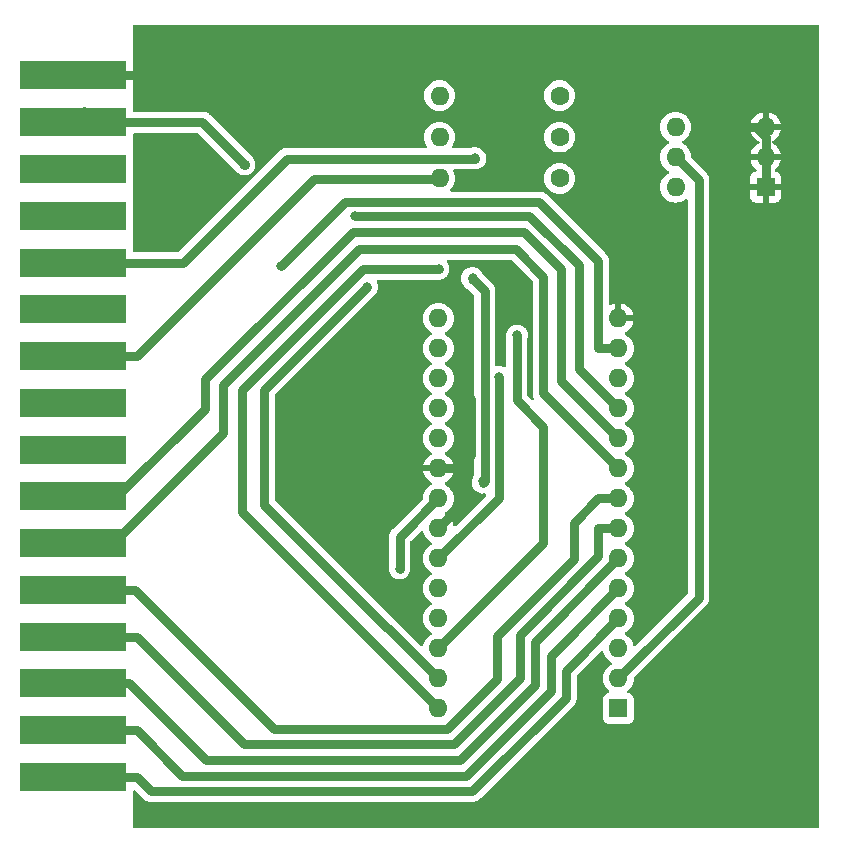
<source format=gbr>
G04 #@! TF.GenerationSoftware,KiCad,Pcbnew,7.0.8*
G04 #@! TF.CreationDate,2024-03-04T21:00:38+02:00*
G04 #@! TF.ProjectId,radofin,7261646f-6669-46e2-9e6b-696361645f70,rev?*
G04 #@! TF.SameCoordinates,Original*
G04 #@! TF.FileFunction,Copper,L2,Bot*
G04 #@! TF.FilePolarity,Positive*
%FSLAX46Y46*%
G04 Gerber Fmt 4.6, Leading zero omitted, Abs format (unit mm)*
G04 Created by KiCad (PCBNEW 7.0.8) date 2024-03-04 21:00:38*
%MOMM*%
%LPD*%
G01*
G04 APERTURE LIST*
G04 #@! TA.AperFunction,ComponentPad*
%ADD10R,1.600000X1.600000*%
G04 #@! TD*
G04 #@! TA.AperFunction,ComponentPad*
%ADD11O,1.600000X1.600000*%
G04 #@! TD*
G04 #@! TA.AperFunction,SMDPad,CuDef*
%ADD12R,9.000000X2.400000*%
G04 #@! TD*
G04 #@! TA.AperFunction,ComponentPad*
%ADD13C,1.600000*%
G04 #@! TD*
G04 #@! TA.AperFunction,ViaPad*
%ADD14C,0.800000*%
G04 #@! TD*
G04 #@! TA.AperFunction,Conductor*
%ADD15C,0.800000*%
G04 #@! TD*
G04 APERTURE END LIST*
D10*
G04 #@! TO.P,ROM,1,VPP*
G04 #@! TO.N,VCC*
X134982800Y-109376400D03*
D11*
G04 #@! TO.P,ROM,2,A12*
G04 #@! TO.N,/A12*
X134982800Y-106836400D03*
G04 #@! TO.P,ROM,3,A7*
G04 #@! TO.N,/A7*
X134982800Y-104296400D03*
G04 #@! TO.P,ROM,4,A6*
G04 #@! TO.N,/A6*
X134982800Y-101756400D03*
G04 #@! TO.P,ROM,5,A5*
G04 #@! TO.N,/A5*
X134982800Y-99216400D03*
G04 #@! TO.P,ROM,6,A4*
G04 #@! TO.N,/A4*
X134982800Y-96676400D03*
G04 #@! TO.P,ROM,7,A3*
G04 #@! TO.N,/A3*
X134982800Y-94136400D03*
G04 #@! TO.P,ROM,8,A2*
G04 #@! TO.N,/A2*
X134982800Y-91596400D03*
G04 #@! TO.P,ROM,9,A1*
G04 #@! TO.N,/A1*
X134982800Y-89056400D03*
G04 #@! TO.P,ROM,10,A0*
G04 #@! TO.N,/A0*
X134982800Y-86516400D03*
G04 #@! TO.P,ROM,11,D0*
G04 #@! TO.N,/D0*
X134982800Y-83976400D03*
G04 #@! TO.P,ROM,12,D1*
G04 #@! TO.N,/D1*
X134982800Y-81436400D03*
G04 #@! TO.P,ROM,13,D2*
G04 #@! TO.N,/D2*
X134982800Y-78896400D03*
G04 #@! TO.P,ROM,14,GND*
G04 #@! TO.N,GND*
X134982800Y-76356400D03*
G04 #@! TO.P,ROM,15,D3*
G04 #@! TO.N,/D3*
X119742800Y-76356400D03*
G04 #@! TO.P,ROM,16,D4*
G04 #@! TO.N,/D4*
X119742800Y-78896400D03*
G04 #@! TO.P,ROM,17,D5*
G04 #@! TO.N,/D5*
X119742800Y-81436400D03*
G04 #@! TO.P,ROM,18,D6*
G04 #@! TO.N,/D6*
X119742800Y-83976400D03*
G04 #@! TO.P,ROM,19,D7*
G04 #@! TO.N,/D7*
X119742800Y-86516400D03*
G04 #@! TO.P,ROM,20,~{CE}*
G04 #@! TO.N,GND*
X119742800Y-89056400D03*
G04 #@! TO.P,ROM,21,A10*
G04 #@! TO.N,/A10*
X119742800Y-91596400D03*
G04 #@! TO.P,ROM,22,~{OE}*
G04 #@! TO.N,GND*
X119742800Y-94136400D03*
G04 #@! TO.P,ROM,23,A11*
G04 #@! TO.N,/A11*
X119742800Y-96676400D03*
G04 #@! TO.P,ROM,24,A9*
G04 #@! TO.N,/A9*
X119742800Y-99216400D03*
G04 #@! TO.P,ROM,25,A8*
G04 #@! TO.N,/A8*
X119742800Y-101756400D03*
G04 #@! TO.P,ROM,26,A13*
G04 #@! TO.N,/A13*
X119742800Y-104296400D03*
G04 #@! TO.P,ROM,27,~{PGM}*
G04 #@! TO.N,/{slash}PGM*
X119742800Y-106836400D03*
G04 #@! TO.P,ROM,28,VCC*
G04 #@! TO.N,VCC*
X119742800Y-109376400D03*
G04 #@! TD*
D12*
G04 #@! TO.P,FRONT,17,Pin_17*
G04 #@! TO.N,GND*
X88828300Y-55788600D03*
G04 #@! TO.P,FRONT,18,Pin_18*
G04 #@! TO.N,/{slash}PGM*
X88828300Y-59748600D03*
G04 #@! TO.P,FRONT,19,Pin_19*
G04 #@! TO.N,unconnected-(J1-Pin_19-Pad19)*
X88828300Y-63708600D03*
G04 #@! TO.P,FRONT,20,Pin_20*
G04 #@! TO.N,unconnected-(J1-Pin_20-Pad20)*
X88828300Y-67668600D03*
G04 #@! TO.P,FRONT,21,Pin_21*
G04 #@! TO.N,Net-(J1-Pin_2)*
X88828300Y-71628600D03*
G04 #@! TO.P,FRONT,22,Pin_22*
G04 #@! TO.N,unconnected-(J1-Pin_22-Pad22)*
X88828300Y-75588600D03*
G04 #@! TO.P,FRONT,23,Pin_23*
G04 #@! TO.N,VCC*
X88828300Y-79548600D03*
G04 #@! TO.P,FRONT,24,Pin_24*
G04 #@! TO.N,unconnected-(J1-Pin_24-Pad24)*
X88828300Y-83508600D03*
G04 #@! TO.P,FRONT,25,Pin_25*
G04 #@! TO.N,unconnected-(J1-Pin_25-Pad25)*
X88828300Y-87468600D03*
G04 #@! TO.P,FRONT,26,Pin_26*
G04 #@! TO.N,/A0*
X88828300Y-91428600D03*
G04 #@! TO.P,FRONT,27,Pin_27*
G04 #@! TO.N,/A1*
X88828300Y-95388600D03*
G04 #@! TO.P,FRONT,28,Pin_28*
G04 #@! TO.N,/A2*
X88828300Y-99348600D03*
G04 #@! TO.P,FRONT,29,Pin_29*
G04 #@! TO.N,/A3*
X88828300Y-103308600D03*
G04 #@! TO.P,FRONT,30,Pin_30*
G04 #@! TO.N,/A4*
X88828300Y-107268600D03*
G04 #@! TO.P,FRONT,31,Pin_31*
G04 #@! TO.N,/A5*
X88828300Y-111228600D03*
G04 #@! TO.P,FRONT,32,Pin_32*
G04 #@! TO.N,/A6*
X88828300Y-115188600D03*
G04 #@! TD*
D10*
G04 #@! TO.P,DIP SW,1*
G04 #@! TO.N,GND*
X147452700Y-65245600D03*
D11*
G04 #@! TO.P,DIP SW,2*
X147452700Y-62705600D03*
G04 #@! TO.P,DIP SW,3*
X147452700Y-60165600D03*
G04 #@! TO.P,DIP SW,4*
G04 #@! TO.N,/A13*
X139832700Y-60165600D03*
G04 #@! TO.P,DIP SW,5*
G04 #@! TO.N,/A12*
X139832700Y-62705600D03*
G04 #@! TO.P,DIP SW,6*
G04 #@! TO.N,/A11*
X139832700Y-65245600D03*
G04 #@! TD*
D13*
G04 #@! TO.P,R2,1*
G04 #@! TO.N,/A12*
X130000000Y-61000000D03*
D11*
G04 #@! TO.P,R2,2*
G04 #@! TO.N,VCC*
X119840000Y-61000000D03*
G04 #@! TD*
D13*
G04 #@! TO.P,R1,1*
G04 #@! TO.N,/A11*
X130000000Y-64500000D03*
D11*
G04 #@! TO.P,R1,2*
G04 #@! TO.N,VCC*
X119840000Y-64500000D03*
G04 #@! TD*
G04 #@! TO.P,R3,2*
G04 #@! TO.N,VCC*
X119840000Y-57500000D03*
D13*
G04 #@! TO.P,R3,1*
G04 #@! TO.N,/A13*
X130000000Y-57500000D03*
G04 #@! TD*
D14*
G04 #@! TO.N,/{slash}PGM*
X113727817Y-73676178D03*
X103318754Y-63333821D03*
G04 #@! TO.N,Net-(J1-Pin_2)*
X122809224Y-62753424D03*
X122665201Y-72935840D03*
X123522516Y-90082141D03*
G04 #@! TO.N,VCC*
X119765423Y-72182458D03*
G04 #@! TO.N,GND*
X122501472Y-83145226D03*
G04 #@! TO.N,/D2*
X106453234Y-71945300D03*
G04 #@! TO.N,/D0*
X112679548Y-67697018D03*
G04 #@! TO.N,/A10*
X116451371Y-97555555D03*
G04 #@! TO.N,/A11*
X124903400Y-81295082D03*
G04 #@! TO.N,/A13*
X126420874Y-77777777D03*
G04 #@! TD*
D15*
G04 #@! TO.N,/A13*
X128636846Y-95402354D02*
X119742800Y-104296400D01*
X128636846Y-85538874D02*
X128636846Y-95402354D01*
X126384489Y-83286517D02*
X128636846Y-85538874D01*
X126384489Y-77814162D02*
X126384489Y-83286517D01*
X126420874Y-77777777D02*
X126384489Y-77814162D01*
G04 #@! TO.N,/{slash}PGM*
X115451371Y-102544971D02*
X119742800Y-106836400D01*
X115424043Y-102544971D02*
X115451371Y-102544971D01*
X105019362Y-82384633D02*
X105019362Y-92140290D01*
X105019362Y-92140290D02*
X115424043Y-102544971D01*
X113727817Y-73676178D02*
X105019362Y-82384633D01*
G04 #@! TO.N,/D0*
X131632400Y-80626000D02*
X134982800Y-83976400D01*
X112679548Y-67697018D02*
X112701670Y-67674896D01*
X127456616Y-67674896D02*
X131632400Y-71850680D01*
X131632400Y-71850680D02*
X131632400Y-80626000D01*
X112701670Y-67674896D02*
X127456616Y-67674896D01*
G04 #@! TO.N,/A0*
X92565489Y-91428600D02*
X88828300Y-91428600D01*
X99987860Y-84006229D02*
X92565489Y-91428600D01*
X112501059Y-69012035D02*
X99987860Y-81525234D01*
X130091934Y-72138546D02*
X126965423Y-69012035D01*
X130091934Y-81625534D02*
X130091934Y-72138546D01*
X126965423Y-69012035D02*
X112501059Y-69012035D01*
X134982800Y-86516400D02*
X130091934Y-81625534D01*
X99987860Y-81525234D02*
X99987860Y-84006229D01*
G04 #@! TO.N,/A1*
X101543307Y-81975496D02*
X101543307Y-86027844D01*
X113005898Y-70512905D02*
X101543307Y-81975496D01*
X126310497Y-70512905D02*
X113005898Y-70512905D01*
X101543307Y-86027844D02*
X92182551Y-95388600D01*
X128631100Y-72833508D02*
X126310497Y-70512905D01*
X128631100Y-82704700D02*
X128631100Y-72833508D01*
X134982800Y-89056400D02*
X128631100Y-82704700D01*
X92182551Y-95388600D02*
X88828300Y-95388600D01*
G04 #@! TO.N,VCC*
X103126043Y-82439400D02*
X103126043Y-92759643D01*
X103126043Y-92759643D02*
X119742800Y-109376400D01*
X113381410Y-72184033D02*
X103126043Y-82439400D01*
X119763848Y-72184033D02*
X113381410Y-72184033D01*
X119765423Y-72182458D02*
X119763848Y-72184033D01*
G04 #@! TO.N,/{slash}PGM*
X103344527Y-63333821D02*
X103330882Y-63320176D01*
X103318754Y-63333821D02*
X103344527Y-63333821D01*
X103318754Y-63308048D02*
X103318754Y-63333821D01*
X99759306Y-59748600D02*
X103318754Y-63308048D01*
X88828300Y-59748600D02*
X99759306Y-59748600D01*
G04 #@! TO.N,/A10*
X116451371Y-97555555D02*
X116451371Y-94887829D01*
X116451371Y-94887829D02*
X119742800Y-91596400D01*
G04 #@! TO.N,Net-(J1-Pin_2)*
X122665201Y-73024694D02*
X122665201Y-72935840D01*
X123663670Y-74023163D02*
X122665201Y-73024694D01*
X123504262Y-90284195D02*
X123663670Y-90124787D01*
X123663670Y-90124787D02*
X123663670Y-74023163D01*
X98101122Y-71628600D02*
X106904580Y-62825142D01*
X88828300Y-71628600D02*
X98101122Y-71628600D01*
X106904580Y-62825142D02*
X122873537Y-62825142D01*
X122549500Y-72935840D02*
X122685605Y-73071945D01*
X122665201Y-72935840D02*
X122549500Y-72935840D01*
G04 #@! TO.N,/A11*
X124884671Y-91534529D02*
X119742800Y-96676400D01*
X124884671Y-81313811D02*
X124884671Y-91534529D01*
X124903400Y-81295082D02*
X124884671Y-81313811D01*
G04 #@! TO.N,GND*
X122537857Y-87961443D02*
X121442900Y-89056400D01*
X122537857Y-83181611D02*
X122537857Y-87961443D01*
X122501472Y-83145226D02*
X122537857Y-83181611D01*
G04 #@! TO.N,/D2*
X128302561Y-66528778D02*
X133282700Y-71508917D01*
X133282700Y-71508917D02*
X133282700Y-78896400D01*
X106453234Y-71945300D02*
X111869756Y-66528778D01*
X111869756Y-66528778D02*
X128302561Y-66528778D01*
X133282700Y-78896400D02*
X134982800Y-78896400D01*
G04 #@! TO.N,VCC*
X109228529Y-64548471D02*
X119791529Y-64548471D01*
X119791529Y-64548471D02*
X119840000Y-64500000D01*
X88828300Y-79548600D02*
X94228400Y-79548600D01*
X94228400Y-79548600D02*
X109228529Y-64548471D01*
G04 #@! TO.N,GND*
X119742800Y-94136400D02*
X121442900Y-92436300D01*
X141375600Y-55788600D02*
X145752600Y-60165600D01*
X147452700Y-62705600D02*
X147452700Y-61005500D01*
X88828300Y-55788600D02*
X141375600Y-55788600D01*
X147452700Y-65245600D02*
X147452700Y-62705600D01*
X147442600Y-61005500D02*
X147452700Y-61005500D01*
X147452700Y-60165600D02*
X146602700Y-60165600D01*
X145752600Y-60165600D02*
X146602700Y-60165600D01*
X119742800Y-89056400D02*
X121442900Y-89056400D01*
X146602700Y-60165600D02*
X147442600Y-61005500D01*
X121442900Y-92436300D02*
X121442900Y-89056400D01*
G04 #@! TO.N,/{slash}PGM*
X89769256Y-58807644D02*
X88828300Y-59748600D01*
G04 #@! TO.N,/A2*
X105838715Y-111100900D02*
X120476300Y-111100900D01*
X131200500Y-96752600D02*
X131200500Y-93678600D01*
X120476300Y-111100900D02*
X124693400Y-106883800D01*
X131200500Y-93678600D02*
X133282700Y-91596400D01*
X94086415Y-99348600D02*
X105838715Y-111100900D01*
X124693400Y-103259700D02*
X131200500Y-96752600D01*
X133282700Y-91596400D02*
X134982800Y-91596400D01*
X88828300Y-99348600D02*
X94086415Y-99348600D01*
X124693400Y-106883800D02*
X124693400Y-103259700D01*
G04 #@! TO.N,/A3*
X121044000Y-112425500D02*
X126643400Y-106826100D01*
X126643400Y-106826100D02*
X126643400Y-103148400D01*
X133282700Y-96509100D02*
X133282700Y-94136400D01*
X103295164Y-112425500D02*
X121044000Y-112425500D01*
X94228400Y-103308600D02*
X94228400Y-103358736D01*
X133282700Y-94136400D02*
X134982800Y-94136400D01*
X88828300Y-103308600D02*
X94228400Y-103308600D01*
X94228400Y-103358736D02*
X103295164Y-112425500D01*
X126643400Y-103148400D02*
X133282700Y-96509100D01*
G04 #@! TO.N,/A4*
X88828300Y-107268600D02*
X93533323Y-107268600D01*
X127943500Y-107364700D02*
X127943500Y-103715700D01*
X100027923Y-113763200D02*
X121545000Y-113763200D01*
X93533323Y-107268600D02*
X100027923Y-113763200D01*
X127943500Y-103715700D02*
X134982800Y-96676400D01*
X121545000Y-113763200D02*
X127943500Y-107364700D01*
G04 #@! TO.N,/A5*
X88828300Y-111228600D02*
X94228400Y-111228600D01*
X98063200Y-115063400D02*
X122112400Y-115063400D01*
X122112400Y-115063400D02*
X129243600Y-107932200D01*
X129243600Y-104955600D02*
X134982800Y-99216400D01*
X94228400Y-111228600D02*
X98063200Y-115063400D01*
X129243600Y-107932200D02*
X129243600Y-104955600D01*
G04 #@! TO.N,/A6*
X130543800Y-108473300D02*
X130543800Y-106195400D01*
X122626300Y-116390800D02*
X130543800Y-108473300D01*
X94228400Y-115188600D02*
X95430600Y-116390800D01*
X130543800Y-106195400D02*
X134982800Y-101756400D01*
X95430600Y-116390800D02*
X122626300Y-116390800D01*
X88828300Y-115188600D02*
X94228400Y-115188600D01*
G04 #@! TO.N,/A12*
X134982800Y-106836400D02*
X141768020Y-100051180D01*
X141768020Y-100051180D02*
X141768020Y-64640920D01*
X141768020Y-64640920D02*
X139832700Y-62705600D01*
G04 #@! TD*
G04 #@! TA.AperFunction,Conductor*
G04 #@! TO.N,GND*
G36*
X147702700Y-64929914D02*
G01*
X147690745Y-64917959D01*
X147577848Y-64860435D01*
X147484181Y-64845600D01*
X147421219Y-64845600D01*
X147327552Y-64860435D01*
X147214655Y-64917959D01*
X147202700Y-64929914D01*
X147202700Y-63021286D01*
X147214655Y-63033241D01*
X147327552Y-63090765D01*
X147421219Y-63105600D01*
X147484181Y-63105600D01*
X147577848Y-63090765D01*
X147690745Y-63033241D01*
X147702700Y-63021286D01*
X147702700Y-64929914D01*
G37*
G04 #@! TD.AperFunction*
G04 #@! TA.AperFunction,Conductor*
G36*
X147702700Y-62389914D02*
G01*
X147690745Y-62377959D01*
X147577848Y-62320435D01*
X147484181Y-62305600D01*
X147421219Y-62305600D01*
X147327552Y-62320435D01*
X147214655Y-62377959D01*
X147202700Y-62389914D01*
X147202700Y-60481286D01*
X147214655Y-60493241D01*
X147327552Y-60550765D01*
X147421219Y-60565600D01*
X147484181Y-60565600D01*
X147577848Y-60550765D01*
X147690745Y-60493241D01*
X147702700Y-60481286D01*
X147702700Y-62389914D01*
G37*
G04 #@! TD.AperFunction*
G04 #@! TA.AperFunction,Conductor*
G36*
X151942539Y-51520185D02*
G01*
X151988294Y-51572989D01*
X151999500Y-51624500D01*
X151999500Y-119375500D01*
X151979815Y-119442539D01*
X151927011Y-119488294D01*
X151875500Y-119499500D01*
X93993908Y-119499500D01*
X93926869Y-119479815D01*
X93881114Y-119427011D01*
X93869908Y-119375500D01*
X93869908Y-116402969D01*
X93889593Y-116335930D01*
X93942397Y-116290175D01*
X94011555Y-116280231D01*
X94075111Y-116309256D01*
X94081589Y-116315288D01*
X94736836Y-116970536D01*
X94749471Y-116985329D01*
X94757710Y-116996669D01*
X94757716Y-116996675D01*
X94809312Y-117043132D01*
X94811667Y-117045367D01*
X94827220Y-117060920D01*
X94827224Y-117060923D01*
X94827226Y-117060925D01*
X94844319Y-117074767D01*
X94846787Y-117076875D01*
X94898384Y-117123333D01*
X94898386Y-117123334D01*
X94910519Y-117130339D01*
X94926551Y-117141357D01*
X94937451Y-117150184D01*
X94937455Y-117150186D01*
X94999329Y-117181712D01*
X95002177Y-117183258D01*
X95062316Y-117217979D01*
X95075651Y-117222311D01*
X95093618Y-117229753D01*
X95106113Y-117236120D01*
X95173204Y-117254097D01*
X95176297Y-117255013D01*
X95242344Y-117276474D01*
X95256288Y-117277939D01*
X95275414Y-117281485D01*
X95285041Y-117284064D01*
X95288955Y-117285113D01*
X95358320Y-117288747D01*
X95361535Y-117289000D01*
X95383408Y-117291300D01*
X95405398Y-117291300D01*
X95408641Y-117291384D01*
X95477988Y-117295019D01*
X95491828Y-117292827D01*
X95511227Y-117291300D01*
X122545673Y-117291300D01*
X122565072Y-117292827D01*
X122578912Y-117295019D01*
X122648259Y-117291384D01*
X122651503Y-117291300D01*
X122673491Y-117291300D01*
X122673492Y-117291300D01*
X122690288Y-117289534D01*
X122695364Y-117289001D01*
X122698584Y-117288747D01*
X122767946Y-117285113D01*
X122781487Y-117281483D01*
X122800613Y-117277938D01*
X122814556Y-117276474D01*
X122880606Y-117255012D01*
X122883668Y-117254104D01*
X122950788Y-117236120D01*
X122963276Y-117229756D01*
X122981250Y-117222310D01*
X122994584Y-117217979D01*
X123054776Y-117183225D01*
X123057522Y-117181734D01*
X123119449Y-117150183D01*
X123130331Y-117141369D01*
X123146383Y-117130337D01*
X123158516Y-117123333D01*
X123210147Y-117076843D01*
X123212560Y-117074782D01*
X123229680Y-117060919D01*
X123245231Y-117045367D01*
X123247570Y-117043147D01*
X123299188Y-116996671D01*
X123307430Y-116985325D01*
X123320062Y-116970536D01*
X131123542Y-109167056D01*
X131138325Y-109154430D01*
X131149671Y-109146188D01*
X131196139Y-109094578D01*
X131198340Y-109092258D01*
X131213920Y-109076680D01*
X131227775Y-109059568D01*
X131229854Y-109057134D01*
X131276333Y-109005516D01*
X131283337Y-108993383D01*
X131294363Y-108977341D01*
X131303182Y-108966450D01*
X131334714Y-108904563D01*
X131336242Y-108901747D01*
X131370979Y-108841584D01*
X131375309Y-108828256D01*
X131382760Y-108810269D01*
X131389119Y-108797789D01*
X131389120Y-108797788D01*
X131407096Y-108730697D01*
X131408014Y-108727601D01*
X131409293Y-108723665D01*
X131429474Y-108661556D01*
X131430939Y-108647617D01*
X131434487Y-108628475D01*
X131438113Y-108614945D01*
X131441747Y-108545581D01*
X131442001Y-108542364D01*
X131442538Y-108537258D01*
X131444300Y-108520492D01*
X131444300Y-108498501D01*
X131444385Y-108495256D01*
X131445765Y-108468916D01*
X131448019Y-108425912D01*
X131445827Y-108412072D01*
X131444300Y-108392673D01*
X131444300Y-106619760D01*
X131463985Y-106552721D01*
X131480614Y-106532084D01*
X133501436Y-104511261D01*
X133562757Y-104477778D01*
X133632449Y-104482762D01*
X133688382Y-104524634D01*
X133708890Y-104566851D01*
X133756058Y-104742888D01*
X133756061Y-104742897D01*
X133852231Y-104949132D01*
X133852232Y-104949134D01*
X133982754Y-105135541D01*
X134143658Y-105296445D01*
X134143661Y-105296447D01*
X134330066Y-105426968D01*
X134388075Y-105454018D01*
X134440514Y-105500191D01*
X134459666Y-105567384D01*
X134439450Y-105634265D01*
X134388075Y-105678782D01*
X134330067Y-105705831D01*
X134330065Y-105705832D01*
X134143658Y-105836354D01*
X133982754Y-105997258D01*
X133852232Y-106183665D01*
X133852231Y-106183667D01*
X133756061Y-106389902D01*
X133756058Y-106389911D01*
X133697166Y-106609702D01*
X133697164Y-106609713D01*
X133677332Y-106836398D01*
X133677332Y-106836401D01*
X133697164Y-107063086D01*
X133697166Y-107063097D01*
X133756058Y-107282888D01*
X133756061Y-107282897D01*
X133852231Y-107489132D01*
X133852232Y-107489134D01*
X133982754Y-107675541D01*
X134143658Y-107836445D01*
X134168262Y-107853673D01*
X134211887Y-107908249D01*
X134219081Y-107977748D01*
X134187558Y-108040103D01*
X134127329Y-108075517D01*
X134110393Y-108078538D01*
X134075316Y-108082308D01*
X133940471Y-108132602D01*
X133940464Y-108132606D01*
X133825255Y-108218852D01*
X133825252Y-108218855D01*
X133739006Y-108334064D01*
X133739002Y-108334071D01*
X133688708Y-108468917D01*
X133685528Y-108498501D01*
X133682301Y-108528523D01*
X133682300Y-108528535D01*
X133682300Y-110224270D01*
X133682301Y-110224276D01*
X133688708Y-110283883D01*
X133739002Y-110418728D01*
X133739006Y-110418735D01*
X133825252Y-110533944D01*
X133825255Y-110533947D01*
X133940464Y-110620193D01*
X133940471Y-110620197D01*
X134075317Y-110670491D01*
X134075316Y-110670491D01*
X134082244Y-110671235D01*
X134134927Y-110676900D01*
X135830672Y-110676899D01*
X135890283Y-110670491D01*
X136025131Y-110620196D01*
X136140346Y-110533946D01*
X136226596Y-110418731D01*
X136276891Y-110283883D01*
X136283300Y-110224273D01*
X136283299Y-108528528D01*
X136276891Y-108468917D01*
X136260851Y-108425912D01*
X136226597Y-108334071D01*
X136226593Y-108334064D01*
X136140347Y-108218855D01*
X136140344Y-108218852D01*
X136025135Y-108132606D01*
X136025128Y-108132602D01*
X135890282Y-108082308D01*
X135890283Y-108082308D01*
X135855204Y-108078537D01*
X135790653Y-108051799D01*
X135750805Y-107994406D01*
X135748312Y-107924581D01*
X135783965Y-107864492D01*
X135797339Y-107853672D01*
X135821940Y-107836446D01*
X135982845Y-107675541D01*
X135982847Y-107675539D01*
X136113368Y-107489134D01*
X136209539Y-107282896D01*
X136268435Y-107063092D01*
X136287399Y-106846322D01*
X136312851Y-106781256D01*
X136323238Y-106769459D01*
X142347757Y-100744940D01*
X142362545Y-100732310D01*
X142373891Y-100724068D01*
X142420367Y-100672450D01*
X142422590Y-100670108D01*
X142438139Y-100654560D01*
X142452002Y-100637440D01*
X142454069Y-100635021D01*
X142462344Y-100625831D01*
X142500553Y-100583396D01*
X142507558Y-100571260D01*
X142518590Y-100555211D01*
X142519356Y-100554265D01*
X142527403Y-100544329D01*
X142558954Y-100482402D01*
X142560445Y-100479656D01*
X142595199Y-100419464D01*
X142599529Y-100406136D01*
X142606980Y-100388149D01*
X142613339Y-100375670D01*
X142613340Y-100375668D01*
X142621029Y-100346970D01*
X142631317Y-100308570D01*
X142632221Y-100305517D01*
X142653694Y-100239436D01*
X142655159Y-100225487D01*
X142658704Y-100206363D01*
X142662332Y-100192826D01*
X142665967Y-100123464D01*
X142666220Y-100120251D01*
X142668520Y-100098372D01*
X142668520Y-100076376D01*
X142668605Y-100073130D01*
X142669527Y-100055539D01*
X142672239Y-100003792D01*
X142670047Y-99989952D01*
X142668520Y-99970553D01*
X142668520Y-66093444D01*
X146152700Y-66093444D01*
X146159101Y-66152972D01*
X146159103Y-66152979D01*
X146209345Y-66287686D01*
X146209349Y-66287693D01*
X146295509Y-66402787D01*
X146295512Y-66402790D01*
X146410606Y-66488950D01*
X146410613Y-66488954D01*
X146545320Y-66539196D01*
X146545327Y-66539198D01*
X146604855Y-66545599D01*
X146604872Y-66545600D01*
X147202700Y-66545600D01*
X147202700Y-65561286D01*
X147214655Y-65573241D01*
X147327552Y-65630765D01*
X147421219Y-65645600D01*
X147484181Y-65645600D01*
X147577848Y-65630765D01*
X147690745Y-65573241D01*
X147702700Y-65561286D01*
X147702700Y-66545600D01*
X148300528Y-66545600D01*
X148300544Y-66545599D01*
X148360072Y-66539198D01*
X148360079Y-66539196D01*
X148494786Y-66488954D01*
X148494793Y-66488950D01*
X148609887Y-66402790D01*
X148609890Y-66402787D01*
X148696050Y-66287693D01*
X148696054Y-66287686D01*
X148746296Y-66152979D01*
X148746298Y-66152972D01*
X148752699Y-66093444D01*
X148752700Y-66093427D01*
X148752700Y-65495600D01*
X147768386Y-65495600D01*
X147780341Y-65483645D01*
X147837865Y-65370748D01*
X147857686Y-65245600D01*
X147837865Y-65120452D01*
X147780341Y-65007555D01*
X147768386Y-64995600D01*
X148752700Y-64995600D01*
X148752700Y-64397772D01*
X148752699Y-64397755D01*
X148746298Y-64338227D01*
X148746296Y-64338220D01*
X148696054Y-64203513D01*
X148696050Y-64203506D01*
X148609890Y-64088412D01*
X148609887Y-64088409D01*
X148494793Y-64002249D01*
X148494786Y-64002245D01*
X148360079Y-63952003D01*
X148360072Y-63952001D01*
X148323722Y-63948093D01*
X148259171Y-63921355D01*
X148219323Y-63863962D01*
X148216830Y-63794137D01*
X148252483Y-63734048D01*
X148265856Y-63723228D01*
X148291519Y-63705258D01*
X148452357Y-63544420D01*
X148582834Y-63358082D01*
X148678965Y-63151926D01*
X148678969Y-63151917D01*
X148731572Y-62955600D01*
X147768386Y-62955600D01*
X147780341Y-62943645D01*
X147837865Y-62830748D01*
X147857686Y-62705600D01*
X147837865Y-62580452D01*
X147780341Y-62467555D01*
X147768386Y-62455600D01*
X148731572Y-62455600D01*
X148731572Y-62455599D01*
X148678969Y-62259282D01*
X148678965Y-62259273D01*
X148582834Y-62053117D01*
X148452357Y-61866779D01*
X148291520Y-61705942D01*
X148105181Y-61575465D01*
X148105179Y-61575464D01*
X148046243Y-61547982D01*
X147993803Y-61501810D01*
X147974651Y-61434617D01*
X147994866Y-61367736D01*
X148046243Y-61323218D01*
X148105179Y-61295735D01*
X148105181Y-61295734D01*
X148291520Y-61165257D01*
X148452357Y-61004420D01*
X148582834Y-60818082D01*
X148678965Y-60611926D01*
X148678969Y-60611917D01*
X148731572Y-60415600D01*
X147768386Y-60415600D01*
X147780341Y-60403645D01*
X147837865Y-60290748D01*
X147857686Y-60165600D01*
X147837865Y-60040452D01*
X147780341Y-59927555D01*
X147768386Y-59915600D01*
X148731572Y-59915600D01*
X148731572Y-59915599D01*
X148678969Y-59719282D01*
X148678965Y-59719273D01*
X148582834Y-59513117D01*
X148452357Y-59326779D01*
X148291520Y-59165942D01*
X148105182Y-59035465D01*
X147899028Y-58939334D01*
X147702700Y-58886727D01*
X147702700Y-59849914D01*
X147690745Y-59837959D01*
X147577848Y-59780435D01*
X147484181Y-59765600D01*
X147421219Y-59765600D01*
X147327552Y-59780435D01*
X147214655Y-59837959D01*
X147202700Y-59849914D01*
X147202700Y-58886727D01*
X147006371Y-58939334D01*
X146800217Y-59035465D01*
X146613879Y-59165942D01*
X146453042Y-59326779D01*
X146322565Y-59513117D01*
X146226434Y-59719273D01*
X146226430Y-59719282D01*
X146173827Y-59915599D01*
X146173828Y-59915600D01*
X147137014Y-59915600D01*
X147125059Y-59927555D01*
X147067535Y-60040452D01*
X147047714Y-60165600D01*
X147067535Y-60290748D01*
X147125059Y-60403645D01*
X147137014Y-60415600D01*
X146173828Y-60415600D01*
X146226430Y-60611917D01*
X146226434Y-60611926D01*
X146322565Y-60818082D01*
X146453042Y-61004420D01*
X146613879Y-61165257D01*
X146800217Y-61295734D01*
X146859157Y-61323218D01*
X146911596Y-61369390D01*
X146930748Y-61436584D01*
X146910532Y-61503465D01*
X146859157Y-61547982D01*
X146800217Y-61575465D01*
X146613879Y-61705942D01*
X146453042Y-61866779D01*
X146322565Y-62053117D01*
X146226434Y-62259273D01*
X146226430Y-62259282D01*
X146173827Y-62455599D01*
X146173828Y-62455600D01*
X147137014Y-62455600D01*
X147125059Y-62467555D01*
X147067535Y-62580452D01*
X147047714Y-62705600D01*
X147067535Y-62830748D01*
X147125059Y-62943645D01*
X147137014Y-62955600D01*
X146173828Y-62955600D01*
X146226430Y-63151917D01*
X146226434Y-63151926D01*
X146322565Y-63358082D01*
X146453042Y-63544420D01*
X146613883Y-63705261D01*
X146639545Y-63723230D01*
X146683170Y-63777807D01*
X146690362Y-63847305D01*
X146658840Y-63909660D01*
X146598609Y-63945073D01*
X146581678Y-63948093D01*
X146545326Y-63952001D01*
X146545320Y-63952003D01*
X146410613Y-64002245D01*
X146410606Y-64002249D01*
X146295512Y-64088409D01*
X146295509Y-64088412D01*
X146209349Y-64203506D01*
X146209345Y-64203513D01*
X146159103Y-64338220D01*
X146159101Y-64338227D01*
X146152700Y-64397755D01*
X146152700Y-64995600D01*
X147137014Y-64995600D01*
X147125059Y-65007555D01*
X147067535Y-65120452D01*
X147047714Y-65245600D01*
X147067535Y-65370748D01*
X147125059Y-65483645D01*
X147137014Y-65495600D01*
X146152700Y-65495600D01*
X146152700Y-66093444D01*
X142668520Y-66093444D01*
X142668520Y-64721546D01*
X142670047Y-64702145D01*
X142672239Y-64688308D01*
X142668604Y-64618960D01*
X142668520Y-64615717D01*
X142668520Y-64593729D01*
X142668519Y-64593720D01*
X142666221Y-64571856D01*
X142665967Y-64568640D01*
X142662333Y-64499275D01*
X142658705Y-64485734D01*
X142655159Y-64466608D01*
X142653694Y-64452664D01*
X142632229Y-64386602D01*
X142631316Y-64383521D01*
X142613340Y-64316432D01*
X142606976Y-64303942D01*
X142599531Y-64285970D01*
X142595199Y-64272636D01*
X142579563Y-64245554D01*
X142560473Y-64212489D01*
X142558923Y-64209634D01*
X142558309Y-64208428D01*
X142527403Y-64147771D01*
X142518577Y-64136872D01*
X142507560Y-64120840D01*
X142504206Y-64115031D01*
X142500553Y-64108704D01*
X142474534Y-64079807D01*
X142454078Y-64057088D01*
X142451984Y-64054636D01*
X142438140Y-64037540D01*
X142422588Y-64021988D01*
X142420368Y-64019650D01*
X142376963Y-63971444D01*
X142373894Y-63968035D01*
X142373889Y-63968030D01*
X142362549Y-63959791D01*
X142347756Y-63947156D01*
X141173146Y-62772546D01*
X141139661Y-62711223D01*
X141137299Y-62695672D01*
X141136277Y-62683986D01*
X141118335Y-62478908D01*
X141059439Y-62259104D01*
X140963268Y-62052866D01*
X140850826Y-61892281D01*
X140832745Y-61866458D01*
X140671841Y-61705554D01*
X140485434Y-61575032D01*
X140485428Y-61575029D01*
X140427425Y-61547982D01*
X140374985Y-61501810D01*
X140355833Y-61434617D01*
X140376048Y-61367735D01*
X140427425Y-61323218D01*
X140485434Y-61296168D01*
X140671839Y-61165647D01*
X140832747Y-61004739D01*
X140963268Y-60818334D01*
X141059439Y-60612096D01*
X141118335Y-60392292D01*
X141138168Y-60165600D01*
X141137753Y-60160861D01*
X141123676Y-59999954D01*
X141118335Y-59938908D01*
X141059439Y-59719104D01*
X140963268Y-59512866D01*
X140832747Y-59326461D01*
X140832745Y-59326458D01*
X140671841Y-59165554D01*
X140485434Y-59035032D01*
X140485432Y-59035031D01*
X140279197Y-58938861D01*
X140279188Y-58938858D01*
X140059397Y-58879966D01*
X140059393Y-58879965D01*
X140059392Y-58879965D01*
X140059391Y-58879964D01*
X140059386Y-58879964D01*
X139832702Y-58860132D01*
X139832698Y-58860132D01*
X139606013Y-58879964D01*
X139606002Y-58879966D01*
X139386211Y-58938858D01*
X139386202Y-58938861D01*
X139179967Y-59035031D01*
X139179965Y-59035032D01*
X138993558Y-59165554D01*
X138832654Y-59326458D01*
X138702132Y-59512865D01*
X138702131Y-59512867D01*
X138605961Y-59719102D01*
X138605958Y-59719111D01*
X138547066Y-59938902D01*
X138547064Y-59938913D01*
X138527232Y-60165598D01*
X138527232Y-60165601D01*
X138547064Y-60392286D01*
X138547066Y-60392297D01*
X138605958Y-60612088D01*
X138605961Y-60612097D01*
X138702131Y-60818332D01*
X138702132Y-60818334D01*
X138832654Y-61004741D01*
X138993558Y-61165645D01*
X138993561Y-61165647D01*
X139179966Y-61296168D01*
X139237975Y-61323218D01*
X139290414Y-61369391D01*
X139309566Y-61436584D01*
X139289350Y-61503465D01*
X139237975Y-61547982D01*
X139179967Y-61575031D01*
X139179965Y-61575032D01*
X138993558Y-61705554D01*
X138832654Y-61866458D01*
X138702132Y-62052865D01*
X138702131Y-62052867D01*
X138605961Y-62259102D01*
X138605958Y-62259111D01*
X138547066Y-62478902D01*
X138547064Y-62478913D01*
X138527232Y-62705598D01*
X138527232Y-62705601D01*
X138547064Y-62932286D01*
X138547066Y-62932297D01*
X138605958Y-63152088D01*
X138605961Y-63152097D01*
X138702131Y-63358332D01*
X138702132Y-63358334D01*
X138832654Y-63544741D01*
X138993558Y-63705645D01*
X138993561Y-63705647D01*
X139179966Y-63836168D01*
X139237975Y-63863218D01*
X139290414Y-63909391D01*
X139309566Y-63976584D01*
X139289350Y-64043465D01*
X139237975Y-64087981D01*
X139236952Y-64088459D01*
X139179967Y-64115031D01*
X139179965Y-64115032D01*
X138993558Y-64245554D01*
X138832654Y-64406458D01*
X138702132Y-64592865D01*
X138702131Y-64592867D01*
X138605961Y-64799102D01*
X138605958Y-64799111D01*
X138547066Y-65018902D01*
X138547064Y-65018913D01*
X138527232Y-65245598D01*
X138527232Y-65245601D01*
X138547064Y-65472286D01*
X138547066Y-65472297D01*
X138605958Y-65692088D01*
X138605961Y-65692097D01*
X138702131Y-65898332D01*
X138702132Y-65898334D01*
X138832654Y-66084741D01*
X138993558Y-66245645D01*
X138993561Y-66245647D01*
X139179966Y-66376168D01*
X139386204Y-66472339D01*
X139606008Y-66531235D01*
X139767930Y-66545401D01*
X139832698Y-66551068D01*
X139832700Y-66551068D01*
X139832702Y-66551068D01*
X139895211Y-66545599D01*
X140059392Y-66531235D01*
X140279196Y-66472339D01*
X140485434Y-66376168D01*
X140671839Y-66245647D01*
X140671841Y-66245645D01*
X140672397Y-66245256D01*
X140738603Y-66222929D01*
X140806370Y-66239939D01*
X140854183Y-66290888D01*
X140867520Y-66346831D01*
X140867520Y-99626818D01*
X140847835Y-99693857D01*
X140831201Y-99714499D01*
X136464165Y-104081534D01*
X136402842Y-104115019D01*
X136333150Y-104110035D01*
X136277217Y-104068163D01*
X136256709Y-104025946D01*
X136209541Y-103849911D01*
X136209538Y-103849902D01*
X136113368Y-103643667D01*
X136113367Y-103643665D01*
X135982845Y-103457258D01*
X135821941Y-103296354D01*
X135635534Y-103165832D01*
X135635528Y-103165829D01*
X135577525Y-103138782D01*
X135525085Y-103092610D01*
X135505933Y-103025417D01*
X135526148Y-102958535D01*
X135577525Y-102914018D01*
X135635534Y-102886968D01*
X135821939Y-102756447D01*
X135982847Y-102595539D01*
X136113368Y-102409134D01*
X136209539Y-102202896D01*
X136268435Y-101983092D01*
X136288268Y-101756400D01*
X136268435Y-101529708D01*
X136209539Y-101309904D01*
X136113368Y-101103666D01*
X135982847Y-100917261D01*
X135982845Y-100917258D01*
X135821941Y-100756354D01*
X135635534Y-100625832D01*
X135635528Y-100625829D01*
X135577525Y-100598782D01*
X135525085Y-100552610D01*
X135505933Y-100485417D01*
X135526148Y-100418535D01*
X135577525Y-100374018D01*
X135635534Y-100346968D01*
X135821939Y-100216447D01*
X135982847Y-100055539D01*
X136113368Y-99869134D01*
X136209539Y-99662896D01*
X136268435Y-99443092D01*
X136288268Y-99216400D01*
X136268435Y-98989708D01*
X136209539Y-98769904D01*
X136113368Y-98563666D01*
X135982847Y-98377261D01*
X135982845Y-98377258D01*
X135821941Y-98216354D01*
X135635534Y-98085832D01*
X135635528Y-98085829D01*
X135577525Y-98058782D01*
X135525085Y-98012610D01*
X135505933Y-97945417D01*
X135526148Y-97878535D01*
X135577525Y-97834018D01*
X135635534Y-97806968D01*
X135821939Y-97676447D01*
X135982847Y-97515539D01*
X136113368Y-97329134D01*
X136209539Y-97122896D01*
X136268435Y-96903092D01*
X136288268Y-96676400D01*
X136268435Y-96449708D01*
X136223716Y-96282815D01*
X136209541Y-96229911D01*
X136209538Y-96229902D01*
X136191980Y-96192249D01*
X136113368Y-96023666D01*
X135982847Y-95837261D01*
X135982845Y-95837258D01*
X135821941Y-95676354D01*
X135635534Y-95545832D01*
X135635528Y-95545829D01*
X135577525Y-95518782D01*
X135525085Y-95472610D01*
X135505933Y-95405417D01*
X135526148Y-95338535D01*
X135577525Y-95294018D01*
X135578117Y-95293742D01*
X135635534Y-95266968D01*
X135821939Y-95136447D01*
X135982847Y-94975539D01*
X136113368Y-94789134D01*
X136209539Y-94582896D01*
X136268435Y-94363092D01*
X136288268Y-94136400D01*
X136285342Y-94102961D01*
X136280849Y-94051599D01*
X136268435Y-93909708D01*
X136209539Y-93689904D01*
X136113368Y-93483666D01*
X135982847Y-93297261D01*
X135982845Y-93297258D01*
X135821941Y-93136354D01*
X135635534Y-93005832D01*
X135635528Y-93005829D01*
X135577525Y-92978782D01*
X135525085Y-92932610D01*
X135505933Y-92865417D01*
X135526148Y-92798535D01*
X135577525Y-92754018D01*
X135635534Y-92726968D01*
X135821939Y-92596447D01*
X135982847Y-92435539D01*
X136113368Y-92249134D01*
X136209539Y-92042896D01*
X136268435Y-91823092D01*
X136288268Y-91596400D01*
X136287399Y-91586472D01*
X136275376Y-91449042D01*
X136268435Y-91369708D01*
X136212654Y-91161529D01*
X136209541Y-91149911D01*
X136209538Y-91149902D01*
X136188186Y-91104112D01*
X136113368Y-90943666D01*
X135991221Y-90769220D01*
X135982845Y-90757258D01*
X135821941Y-90596354D01*
X135635534Y-90465832D01*
X135635528Y-90465829D01*
X135577525Y-90438782D01*
X135525085Y-90392610D01*
X135505933Y-90325417D01*
X135526148Y-90258535D01*
X135577525Y-90214018D01*
X135578119Y-90213741D01*
X135635534Y-90186968D01*
X135821939Y-90056447D01*
X135982847Y-89895539D01*
X136113368Y-89709134D01*
X136209539Y-89502896D01*
X136268435Y-89283092D01*
X136288268Y-89056400D01*
X136268435Y-88829708D01*
X136217335Y-88639000D01*
X136209541Y-88609911D01*
X136209538Y-88609902D01*
X136113368Y-88403667D01*
X136113367Y-88403665D01*
X135982845Y-88217258D01*
X135821941Y-88056354D01*
X135635534Y-87925832D01*
X135635528Y-87925829D01*
X135577525Y-87898782D01*
X135525085Y-87852610D01*
X135505933Y-87785417D01*
X135526148Y-87718535D01*
X135577525Y-87674018D01*
X135635534Y-87646968D01*
X135821939Y-87516447D01*
X135982847Y-87355539D01*
X136113368Y-87169134D01*
X136209539Y-86962896D01*
X136268435Y-86743092D01*
X136288268Y-86516400D01*
X136268435Y-86289708D01*
X136209539Y-86069904D01*
X136113368Y-85863666D01*
X135982847Y-85677261D01*
X135982845Y-85677258D01*
X135821941Y-85516354D01*
X135635534Y-85385832D01*
X135635528Y-85385829D01*
X135577525Y-85358782D01*
X135525085Y-85312610D01*
X135505933Y-85245417D01*
X135526148Y-85178535D01*
X135577525Y-85134018D01*
X135635534Y-85106968D01*
X135821939Y-84976447D01*
X135982847Y-84815539D01*
X136113368Y-84629134D01*
X136209539Y-84422896D01*
X136268435Y-84203092D01*
X136288268Y-83976400D01*
X136268435Y-83749708D01*
X136209539Y-83529904D01*
X136113368Y-83323666D01*
X135982847Y-83137261D01*
X135982845Y-83137258D01*
X135821941Y-82976354D01*
X135635534Y-82845832D01*
X135635528Y-82845829D01*
X135577525Y-82818782D01*
X135525085Y-82772610D01*
X135505933Y-82705417D01*
X135526148Y-82638535D01*
X135577525Y-82594018D01*
X135635534Y-82566968D01*
X135821939Y-82436447D01*
X135982847Y-82275539D01*
X136113368Y-82089134D01*
X136209539Y-81882896D01*
X136268435Y-81663092D01*
X136288268Y-81436400D01*
X136268435Y-81209708D01*
X136217920Y-81021182D01*
X136209541Y-80989911D01*
X136209538Y-80989902D01*
X136177810Y-80921861D01*
X136113368Y-80783666D01*
X135982847Y-80597261D01*
X135982845Y-80597258D01*
X135821941Y-80436354D01*
X135635534Y-80305832D01*
X135635528Y-80305829D01*
X135577525Y-80278782D01*
X135525085Y-80232610D01*
X135505933Y-80165417D01*
X135526148Y-80098535D01*
X135577525Y-80054018D01*
X135635534Y-80026968D01*
X135821939Y-79896447D01*
X135982847Y-79735539D01*
X136113368Y-79549134D01*
X136209539Y-79342896D01*
X136268435Y-79123092D01*
X136288268Y-78896400D01*
X136268435Y-78669708D01*
X136209539Y-78449904D01*
X136113368Y-78243666D01*
X135982847Y-78057261D01*
X135982845Y-78057258D01*
X135821941Y-77896354D01*
X135635534Y-77765832D01*
X135635532Y-77765831D01*
X135610439Y-77754130D01*
X135576932Y-77738505D01*
X135524494Y-77692334D01*
X135505342Y-77625140D01*
X135525558Y-77558259D01*
X135576934Y-77513741D01*
X135635284Y-77486532D01*
X135821620Y-77356057D01*
X135982457Y-77195220D01*
X136112934Y-77008882D01*
X136209065Y-76802726D01*
X136209069Y-76802717D01*
X136261672Y-76606400D01*
X135298486Y-76606400D01*
X135310441Y-76594445D01*
X135367965Y-76481548D01*
X135387786Y-76356400D01*
X135367965Y-76231252D01*
X135310441Y-76118355D01*
X135298486Y-76106400D01*
X136261672Y-76106400D01*
X136261672Y-76106399D01*
X136209069Y-75910082D01*
X136209065Y-75910073D01*
X136112934Y-75703917D01*
X135982457Y-75517579D01*
X135821620Y-75356742D01*
X135635282Y-75226265D01*
X135429128Y-75130134D01*
X135232800Y-75077527D01*
X135232800Y-76040714D01*
X135220845Y-76028759D01*
X135107948Y-75971235D01*
X135014281Y-75956400D01*
X134951319Y-75956400D01*
X134857652Y-75971235D01*
X134744755Y-76028759D01*
X134732800Y-76040714D01*
X134732800Y-75077527D01*
X134536471Y-75130134D01*
X134359605Y-75212609D01*
X134290527Y-75223101D01*
X134226743Y-75194581D01*
X134188504Y-75136105D01*
X134183200Y-75100227D01*
X134183200Y-71589543D01*
X134184727Y-71570142D01*
X134186919Y-71556305D01*
X134183284Y-71486957D01*
X134183200Y-71483714D01*
X134183200Y-71461726D01*
X134183199Y-71461717D01*
X134181938Y-71449724D01*
X134180900Y-71439852D01*
X134180647Y-71436637D01*
X134177013Y-71367271D01*
X134173384Y-71353729D01*
X134169838Y-71334601D01*
X134168374Y-71320661D01*
X134150019Y-71264169D01*
X134146918Y-71254625D01*
X134145996Y-71251513D01*
X134128021Y-71184434D01*
X134128020Y-71184429D01*
X134121656Y-71171939D01*
X134114211Y-71153967D01*
X134109879Y-71140633D01*
X134109877Y-71140629D01*
X134109875Y-71140624D01*
X134086370Y-71099915D01*
X134075143Y-71080469D01*
X134073620Y-71077664D01*
X134042083Y-71015768D01*
X134042082Y-71015766D01*
X134033260Y-71004872D01*
X134022238Y-70988835D01*
X134015232Y-70976700D01*
X134015231Y-70976698D01*
X133968760Y-70925087D01*
X133966652Y-70922619D01*
X133952818Y-70905536D01*
X133937277Y-70889995D01*
X133935041Y-70887639D01*
X133888572Y-70836030D01*
X133888571Y-70836029D01*
X133877225Y-70827786D01*
X133862434Y-70815152D01*
X128996325Y-65949043D01*
X128983687Y-65934246D01*
X128975448Y-65922906D01*
X128923838Y-65876435D01*
X128921483Y-65874201D01*
X128905943Y-65858660D01*
X128888856Y-65844821D01*
X128886392Y-65842717D01*
X128834781Y-65796248D01*
X128834774Y-65796243D01*
X128822631Y-65789232D01*
X128806604Y-65778216D01*
X128795714Y-65769398D01*
X128795712Y-65769397D01*
X128795710Y-65769395D01*
X128776820Y-65759770D01*
X128733827Y-65737863D01*
X128730975Y-65736315D01*
X128670843Y-65701598D01*
X128657510Y-65697266D01*
X128639539Y-65689821D01*
X128627059Y-65683462D01*
X128627047Y-65683457D01*
X128559970Y-65665483D01*
X128556870Y-65664565D01*
X128490817Y-65643104D01*
X128490812Y-65643103D01*
X128490810Y-65643103D01*
X128476875Y-65641638D01*
X128457750Y-65638093D01*
X128444214Y-65634466D01*
X128444204Y-65634464D01*
X128374851Y-65630829D01*
X128371620Y-65630575D01*
X128357098Y-65629049D01*
X128349753Y-65628278D01*
X128349750Y-65628278D01*
X128327764Y-65628278D01*
X128324520Y-65628193D01*
X128255173Y-65624559D01*
X128255172Y-65624559D01*
X128241333Y-65626751D01*
X128221934Y-65628278D01*
X120850271Y-65628278D01*
X120783232Y-65608593D01*
X120737477Y-65555789D01*
X120727533Y-65486631D01*
X120756558Y-65423075D01*
X120762590Y-65416597D01*
X120840045Y-65339141D01*
X120840047Y-65339139D01*
X120970568Y-65152734D01*
X121066739Y-64946496D01*
X121125635Y-64726692D01*
X121145468Y-64500001D01*
X128694532Y-64500001D01*
X128714364Y-64726686D01*
X128714366Y-64726697D01*
X128773258Y-64946488D01*
X128773261Y-64946497D01*
X128869431Y-65152732D01*
X128869432Y-65152734D01*
X128999954Y-65339141D01*
X129160858Y-65500045D01*
X129160861Y-65500047D01*
X129347266Y-65630568D01*
X129553504Y-65726739D01*
X129553509Y-65726740D01*
X129553511Y-65726741D01*
X129606415Y-65740916D01*
X129773308Y-65785635D01*
X129935230Y-65799801D01*
X129999998Y-65805468D01*
X130000000Y-65805468D01*
X130000002Y-65805468D01*
X130056673Y-65800509D01*
X130226692Y-65785635D01*
X130446496Y-65726739D01*
X130652734Y-65630568D01*
X130839139Y-65500047D01*
X131000047Y-65339139D01*
X131130568Y-65152734D01*
X131226739Y-64946496D01*
X131285635Y-64726692D01*
X131305468Y-64500000D01*
X131301326Y-64452662D01*
X131295276Y-64383503D01*
X131285635Y-64273308D01*
X131226739Y-64053504D01*
X131130568Y-63847266D01*
X131000047Y-63660861D01*
X131000045Y-63660858D01*
X130839141Y-63499954D01*
X130652734Y-63369432D01*
X130652732Y-63369431D01*
X130446497Y-63273261D01*
X130446488Y-63273258D01*
X130226697Y-63214366D01*
X130226693Y-63214365D01*
X130226692Y-63214365D01*
X130226691Y-63214364D01*
X130226686Y-63214364D01*
X130000002Y-63194532D01*
X129999998Y-63194532D01*
X129773313Y-63214364D01*
X129773302Y-63214366D01*
X129553511Y-63273258D01*
X129553502Y-63273261D01*
X129347267Y-63369431D01*
X129347265Y-63369432D01*
X129160858Y-63499954D01*
X128999954Y-63660858D01*
X128869432Y-63847265D01*
X128869431Y-63847267D01*
X128773261Y-64053502D01*
X128773258Y-64053511D01*
X128714366Y-64273302D01*
X128714364Y-64273313D01*
X128694532Y-64499998D01*
X128694532Y-64500001D01*
X121145468Y-64500001D01*
X121145468Y-64500000D01*
X121141326Y-64452662D01*
X121135276Y-64383503D01*
X121125635Y-64273308D01*
X121066739Y-64053504D01*
X120996113Y-63902047D01*
X120985621Y-63832969D01*
X121014141Y-63769185D01*
X121072617Y-63730946D01*
X121108495Y-63725642D01*
X122920725Y-63725642D01*
X122920729Y-63725642D01*
X123061793Y-63710816D01*
X123241821Y-63652321D01*
X123405753Y-63557675D01*
X123546425Y-63431013D01*
X123657688Y-63277872D01*
X123734681Y-63104945D01*
X123774037Y-62919788D01*
X123774037Y-62730496D01*
X123734681Y-62545339D01*
X123657688Y-62372412D01*
X123657685Y-62372407D01*
X123546430Y-62219277D01*
X123546424Y-62219269D01*
X123514957Y-62190936D01*
X123510376Y-62186356D01*
X123415095Y-62080536D01*
X123406903Y-62074584D01*
X123261958Y-61969275D01*
X123261953Y-61969272D01*
X123089031Y-61892281D01*
X123089026Y-61892279D01*
X122943225Y-61861289D01*
X122903870Y-61852924D01*
X122714578Y-61852924D01*
X122682121Y-61859822D01*
X122529421Y-61892279D01*
X122500948Y-61904957D01*
X122480814Y-61913921D01*
X122430379Y-61924642D01*
X121018378Y-61924642D01*
X120951339Y-61904957D01*
X120905584Y-61852153D01*
X120895640Y-61782995D01*
X120916803Y-61729519D01*
X120970568Y-61652734D01*
X121066739Y-61446496D01*
X121125635Y-61226692D01*
X121145468Y-61000001D01*
X128694532Y-61000001D01*
X128714364Y-61226686D01*
X128714366Y-61226697D01*
X128773258Y-61446488D01*
X128773261Y-61446497D01*
X128869431Y-61652732D01*
X128869432Y-61652734D01*
X128999954Y-61839141D01*
X129160858Y-62000045D01*
X129160861Y-62000047D01*
X129347266Y-62130568D01*
X129553504Y-62226739D01*
X129773308Y-62285635D01*
X129935230Y-62299801D01*
X129999998Y-62305468D01*
X130000000Y-62305468D01*
X130000002Y-62305468D01*
X130056673Y-62300509D01*
X130226692Y-62285635D01*
X130446496Y-62226739D01*
X130652734Y-62130568D01*
X130839139Y-62000047D01*
X131000047Y-61839139D01*
X131130568Y-61652734D01*
X131226739Y-61446496D01*
X131285635Y-61226692D01*
X131305468Y-61000000D01*
X131285635Y-60773308D01*
X131226739Y-60553504D01*
X131130568Y-60347266D01*
X131000047Y-60160861D01*
X131000045Y-60160858D01*
X130839141Y-59999954D01*
X130652734Y-59869432D01*
X130652732Y-59869431D01*
X130446497Y-59773261D01*
X130446488Y-59773258D01*
X130226697Y-59714366D01*
X130226693Y-59714365D01*
X130226692Y-59714365D01*
X130226691Y-59714364D01*
X130226686Y-59714364D01*
X130000002Y-59694532D01*
X129999998Y-59694532D01*
X129773313Y-59714364D01*
X129773302Y-59714366D01*
X129553511Y-59773258D01*
X129553502Y-59773261D01*
X129347267Y-59869431D01*
X129347265Y-59869432D01*
X129160858Y-59999954D01*
X128999954Y-60160858D01*
X128869432Y-60347265D01*
X128869431Y-60347267D01*
X128773261Y-60553502D01*
X128773258Y-60553511D01*
X128714366Y-60773302D01*
X128714364Y-60773313D01*
X128694532Y-60999998D01*
X128694532Y-61000001D01*
X121145468Y-61000001D01*
X121145468Y-61000000D01*
X121125635Y-60773308D01*
X121066739Y-60553504D01*
X120970568Y-60347266D01*
X120840047Y-60160861D01*
X120840045Y-60160858D01*
X120679141Y-59999954D01*
X120492734Y-59869432D01*
X120492732Y-59869431D01*
X120286497Y-59773261D01*
X120286488Y-59773258D01*
X120066697Y-59714366D01*
X120066693Y-59714365D01*
X120066692Y-59714365D01*
X120066691Y-59714364D01*
X120066686Y-59714364D01*
X119840002Y-59694532D01*
X119839998Y-59694532D01*
X119613313Y-59714364D01*
X119613302Y-59714366D01*
X119393511Y-59773258D01*
X119393502Y-59773261D01*
X119187267Y-59869431D01*
X119187265Y-59869432D01*
X119000858Y-59999954D01*
X118839954Y-60160858D01*
X118709432Y-60347265D01*
X118709431Y-60347267D01*
X118613261Y-60553502D01*
X118613258Y-60553511D01*
X118554366Y-60773302D01*
X118554364Y-60773313D01*
X118534532Y-60999998D01*
X118534532Y-61000001D01*
X118554364Y-61226686D01*
X118554366Y-61226697D01*
X118613258Y-61446488D01*
X118613261Y-61446497D01*
X118709431Y-61652732D01*
X118709432Y-61652734D01*
X118763197Y-61729519D01*
X118785524Y-61795726D01*
X118768513Y-61863493D01*
X118717565Y-61911305D01*
X118661622Y-61924642D01*
X106985207Y-61924642D01*
X106965808Y-61923115D01*
X106951968Y-61920923D01*
X106882621Y-61924557D01*
X106879378Y-61924642D01*
X106857388Y-61924642D01*
X106851139Y-61925298D01*
X106835521Y-61926939D01*
X106832290Y-61927193D01*
X106762938Y-61930828D01*
X106762933Y-61930829D01*
X106749383Y-61934459D01*
X106730271Y-61938001D01*
X106716329Y-61939467D01*
X106716317Y-61939469D01*
X106664049Y-61956452D01*
X106650267Y-61960930D01*
X106647187Y-61961843D01*
X106610275Y-61971733D01*
X106580094Y-61979821D01*
X106567600Y-61986187D01*
X106549633Y-61993629D01*
X106536294Y-61997963D01*
X106476171Y-62032675D01*
X106473320Y-62034223D01*
X106411430Y-62065759D01*
X106400531Y-62074584D01*
X106384511Y-62085594D01*
X106372367Y-62092606D01*
X106372363Y-62092609D01*
X106320770Y-62139063D01*
X106318306Y-62141168D01*
X106301200Y-62155021D01*
X106285636Y-62170585D01*
X106283299Y-62172802D01*
X106263161Y-62190936D01*
X106231693Y-62219269D01*
X106231685Y-62219278D01*
X106223452Y-62230610D01*
X106210818Y-62245402D01*
X97764442Y-70691781D01*
X97703119Y-70725266D01*
X97676761Y-70728100D01*
X93993908Y-70728100D01*
X93926869Y-70708415D01*
X93881114Y-70655611D01*
X93869908Y-70604100D01*
X93869908Y-60773100D01*
X93889593Y-60706061D01*
X93942397Y-60660306D01*
X93993908Y-60649100D01*
X99334945Y-60649100D01*
X99401984Y-60668785D01*
X99422625Y-60685418D01*
X100996308Y-62259102D01*
X102551423Y-63814217D01*
X102571128Y-63839896D01*
X102575384Y-63847267D01*
X102586221Y-63866037D01*
X102615804Y-63898892D01*
X102619891Y-63903940D01*
X102632543Y-63921355D01*
X102645866Y-63939692D01*
X102678720Y-63969274D01*
X102683300Y-63973855D01*
X102708867Y-64002249D01*
X102712883Y-64006709D01*
X102748646Y-64032691D01*
X102753684Y-64036772D01*
X102759958Y-64042421D01*
X102786531Y-64066349D01*
X102786541Y-64066356D01*
X102824824Y-64088459D01*
X102830270Y-64091996D01*
X102866020Y-64117970D01*
X102906398Y-64135948D01*
X102912184Y-64138896D01*
X102927557Y-64147771D01*
X102950470Y-64161000D01*
X102992509Y-64174658D01*
X102998566Y-64176984D01*
X103038947Y-64194963D01*
X103038946Y-64194963D01*
X103038951Y-64194965D01*
X103073474Y-64202302D01*
X103082189Y-64204155D01*
X103088452Y-64205832D01*
X103130498Y-64219495D01*
X103161805Y-64222785D01*
X103174463Y-64224116D01*
X103180877Y-64225132D01*
X103224108Y-64234321D01*
X103271562Y-64234321D01*
X103319325Y-64234321D01*
X103322568Y-64234405D01*
X103391915Y-64238040D01*
X103460516Y-64227174D01*
X103463685Y-64226757D01*
X103532783Y-64219495D01*
X103546117Y-64215162D01*
X103565027Y-64210621D01*
X103578877Y-64208428D01*
X103643719Y-64183536D01*
X103646747Y-64182464D01*
X103712811Y-64161000D01*
X103724949Y-64153990D01*
X103742520Y-64145611D01*
X103755597Y-64140592D01*
X103813848Y-64102762D01*
X103816584Y-64101085D01*
X103876743Y-64066354D01*
X103887159Y-64056974D01*
X103902597Y-64045128D01*
X103914352Y-64037496D01*
X103963476Y-63988370D01*
X103965795Y-63986169D01*
X104017415Y-63939692D01*
X104025651Y-63928354D01*
X104038291Y-63913556D01*
X104048202Y-63903646D01*
X104086041Y-63845376D01*
X104087865Y-63842725D01*
X104115964Y-63804050D01*
X104128678Y-63786551D01*
X104134377Y-63773749D01*
X104143660Y-63756651D01*
X104151298Y-63744891D01*
X104176180Y-63680068D01*
X104177423Y-63677066D01*
X104205671Y-63613624D01*
X104208587Y-63599905D01*
X104214115Y-63581245D01*
X104219133Y-63568173D01*
X104219134Y-63568171D01*
X104229997Y-63499575D01*
X104230583Y-63496415D01*
X104245027Y-63428467D01*
X104245027Y-63414447D01*
X104246554Y-63395046D01*
X104248746Y-63381209D01*
X104245111Y-63311861D01*
X104245027Y-63308618D01*
X104245027Y-63239177D01*
X104245027Y-63239175D01*
X104242112Y-63225461D01*
X104239573Y-63206171D01*
X104238963Y-63194532D01*
X104238840Y-63192176D01*
X104220864Y-63125090D01*
X104220108Y-63121941D01*
X104205671Y-63054018D01*
X104205669Y-63054012D01*
X104199971Y-63041215D01*
X104193474Y-63022870D01*
X104189847Y-63009333D01*
X104158312Y-62947442D01*
X104156919Y-62944521D01*
X104145907Y-62919788D01*
X104128678Y-62881091D01*
X104127808Y-62879894D01*
X104120439Y-62869750D01*
X104110273Y-62853160D01*
X104103911Y-62840674D01*
X104103905Y-62840665D01*
X104088713Y-62821905D01*
X104060189Y-62786682D01*
X104058235Y-62784135D01*
X104022534Y-62734996D01*
X104017415Y-62727950D01*
X103971004Y-62686161D01*
X103966412Y-62681569D01*
X103924625Y-62635160D01*
X103924623Y-62635158D01*
X103913283Y-62626919D01*
X103898490Y-62614284D01*
X100453070Y-59168865D01*
X100440432Y-59154068D01*
X100432193Y-59142728D01*
X100380583Y-59096257D01*
X100378228Y-59094023D01*
X100362688Y-59078482D01*
X100345601Y-59064643D01*
X100343137Y-59062539D01*
X100291526Y-59016070D01*
X100291519Y-59016065D01*
X100279376Y-59009054D01*
X100263349Y-58998038D01*
X100252459Y-58989220D01*
X100252457Y-58989219D01*
X100252455Y-58989217D01*
X100233565Y-58979592D01*
X100190572Y-58957685D01*
X100187720Y-58956137D01*
X100127588Y-58921420D01*
X100114255Y-58917088D01*
X100096284Y-58909643D01*
X100083804Y-58903284D01*
X100083792Y-58903279D01*
X100016715Y-58885305D01*
X100013615Y-58884387D01*
X99947562Y-58862926D01*
X99947557Y-58862925D01*
X99947555Y-58862925D01*
X99933620Y-58861460D01*
X99914495Y-58857915D01*
X99900959Y-58854288D01*
X99900949Y-58854286D01*
X99831596Y-58850651D01*
X99828365Y-58850397D01*
X99813843Y-58848871D01*
X99806498Y-58848100D01*
X99806495Y-58848100D01*
X99784509Y-58848100D01*
X99781265Y-58848015D01*
X99711918Y-58844381D01*
X99711917Y-58844381D01*
X99698078Y-58846573D01*
X99678679Y-58848100D01*
X93993908Y-58848100D01*
X93926869Y-58828415D01*
X93881114Y-58775611D01*
X93869908Y-58724100D01*
X93869908Y-57500001D01*
X118534532Y-57500001D01*
X118554364Y-57726686D01*
X118554366Y-57726697D01*
X118613258Y-57946488D01*
X118613261Y-57946497D01*
X118709431Y-58152732D01*
X118709432Y-58152734D01*
X118839954Y-58339141D01*
X119000858Y-58500045D01*
X119000861Y-58500047D01*
X119187266Y-58630568D01*
X119393504Y-58726739D01*
X119613308Y-58785635D01*
X119775230Y-58799801D01*
X119839998Y-58805468D01*
X119840000Y-58805468D01*
X119840002Y-58805468D01*
X119896673Y-58800509D01*
X120066692Y-58785635D01*
X120286496Y-58726739D01*
X120492734Y-58630568D01*
X120679139Y-58500047D01*
X120840047Y-58339139D01*
X120970568Y-58152734D01*
X121066739Y-57946496D01*
X121125635Y-57726692D01*
X121145468Y-57500001D01*
X128694532Y-57500001D01*
X128714364Y-57726686D01*
X128714366Y-57726697D01*
X128773258Y-57946488D01*
X128773261Y-57946497D01*
X128869431Y-58152732D01*
X128869432Y-58152734D01*
X128999954Y-58339141D01*
X129160858Y-58500045D01*
X129160861Y-58500047D01*
X129347266Y-58630568D01*
X129553504Y-58726739D01*
X129773308Y-58785635D01*
X129935230Y-58799801D01*
X129999998Y-58805468D01*
X130000000Y-58805468D01*
X130000002Y-58805468D01*
X130056673Y-58800509D01*
X130226692Y-58785635D01*
X130446496Y-58726739D01*
X130652734Y-58630568D01*
X130839139Y-58500047D01*
X131000047Y-58339139D01*
X131130568Y-58152734D01*
X131226739Y-57946496D01*
X131285635Y-57726692D01*
X131305468Y-57500000D01*
X131285635Y-57273308D01*
X131226739Y-57053504D01*
X131130568Y-56847266D01*
X131000047Y-56660861D01*
X131000045Y-56660858D01*
X130839141Y-56499954D01*
X130652734Y-56369432D01*
X130652732Y-56369431D01*
X130446497Y-56273261D01*
X130446488Y-56273258D01*
X130226697Y-56214366D01*
X130226693Y-56214365D01*
X130226692Y-56214365D01*
X130226691Y-56214364D01*
X130226686Y-56214364D01*
X130000002Y-56194532D01*
X129999998Y-56194532D01*
X129773313Y-56214364D01*
X129773302Y-56214366D01*
X129553511Y-56273258D01*
X129553502Y-56273261D01*
X129347267Y-56369431D01*
X129347265Y-56369432D01*
X129160858Y-56499954D01*
X128999954Y-56660858D01*
X128869432Y-56847265D01*
X128869431Y-56847267D01*
X128773261Y-57053502D01*
X128773258Y-57053511D01*
X128714366Y-57273302D01*
X128714364Y-57273313D01*
X128694532Y-57499998D01*
X128694532Y-57500001D01*
X121145468Y-57500001D01*
X121145468Y-57500000D01*
X121125635Y-57273308D01*
X121066739Y-57053504D01*
X120970568Y-56847266D01*
X120840047Y-56660861D01*
X120840045Y-56660858D01*
X120679141Y-56499954D01*
X120492734Y-56369432D01*
X120492732Y-56369431D01*
X120286497Y-56273261D01*
X120286488Y-56273258D01*
X120066697Y-56214366D01*
X120066693Y-56214365D01*
X120066692Y-56214365D01*
X120066691Y-56214364D01*
X120066686Y-56214364D01*
X119840002Y-56194532D01*
X119839998Y-56194532D01*
X119613313Y-56214364D01*
X119613302Y-56214366D01*
X119393511Y-56273258D01*
X119393502Y-56273261D01*
X119187267Y-56369431D01*
X119187265Y-56369432D01*
X119000858Y-56499954D01*
X118839954Y-56660858D01*
X118709432Y-56847265D01*
X118709431Y-56847267D01*
X118613261Y-57053502D01*
X118613258Y-57053511D01*
X118554366Y-57273302D01*
X118554364Y-57273313D01*
X118534532Y-57499998D01*
X118534532Y-57500001D01*
X93869908Y-57500001D01*
X93869908Y-51624500D01*
X93889593Y-51557461D01*
X93942397Y-51511706D01*
X93993908Y-51500500D01*
X151875500Y-51500500D01*
X151942539Y-51520185D01*
G37*
G04 #@! TD.AperFunction*
G04 #@! TA.AperFunction,Conductor*
G36*
X125953175Y-71433090D02*
G01*
X125973817Y-71449724D01*
X127694281Y-73170188D01*
X127727766Y-73231511D01*
X127730600Y-73257869D01*
X127730600Y-82624073D01*
X127729073Y-82643472D01*
X127726881Y-82657311D01*
X127730515Y-82726656D01*
X127730600Y-82729901D01*
X127730600Y-82751889D01*
X127732897Y-82773759D01*
X127733151Y-82776990D01*
X127736786Y-82846343D01*
X127736788Y-82846353D01*
X127740415Y-82859889D01*
X127743960Y-82879014D01*
X127744959Y-82888513D01*
X127745426Y-82892956D01*
X127752106Y-82913517D01*
X127766884Y-82958998D01*
X127767805Y-82962109D01*
X127785779Y-83029186D01*
X127785784Y-83029198D01*
X127792143Y-83041678D01*
X127799588Y-83059649D01*
X127803920Y-83072982D01*
X127824024Y-83107803D01*
X127840495Y-83175703D01*
X127817643Y-83241730D01*
X127762721Y-83284920D01*
X127693168Y-83291561D01*
X127631065Y-83259544D01*
X127628955Y-83257483D01*
X127321308Y-82949836D01*
X127287823Y-82888513D01*
X127284989Y-82862155D01*
X127284989Y-78052024D01*
X127291058Y-78013706D01*
X127292673Y-78008732D01*
X127306548Y-77966033D01*
X127308013Y-77952084D01*
X127311558Y-77932960D01*
X127315186Y-77919423D01*
X127318821Y-77850059D01*
X127319074Y-77846850D01*
X127326334Y-77777777D01*
X127324868Y-77763841D01*
X127324359Y-77744383D01*
X127324491Y-77741872D01*
X127325093Y-77730389D01*
X127314228Y-77661791D01*
X127313808Y-77658601D01*
X127306548Y-77589521D01*
X127302214Y-77576185D01*
X127297673Y-77557264D01*
X127295482Y-77543432D01*
X127295481Y-77543428D01*
X127295481Y-77543427D01*
X127270591Y-77478587D01*
X127269520Y-77475564D01*
X127248053Y-77409493D01*
X127241038Y-77397344D01*
X127232667Y-77379792D01*
X127227645Y-77366707D01*
X127189814Y-77308453D01*
X127188154Y-77305746D01*
X127153407Y-77245561D01*
X127144025Y-77235142D01*
X127132176Y-77219699D01*
X127124549Y-77207953D01*
X127075450Y-77158854D01*
X127073230Y-77156516D01*
X127026745Y-77104889D01*
X127015399Y-77096646D01*
X127000608Y-77084012D01*
X126990702Y-77074106D01*
X126990699Y-77074103D01*
X126990696Y-77074101D01*
X126990689Y-77074095D01*
X126932448Y-77036274D01*
X126929773Y-77034435D01*
X126907696Y-77018395D01*
X126873604Y-76993626D01*
X126860797Y-76987924D01*
X126843706Y-76978644D01*
X126831945Y-76971006D01*
X126831942Y-76971005D01*
X126767116Y-76946121D01*
X126764135Y-76944887D01*
X126713486Y-76922336D01*
X126700680Y-76916634D01*
X126700672Y-76916631D01*
X126686950Y-76913714D01*
X126668304Y-76908190D01*
X126655232Y-76903172D01*
X126655216Y-76903168D01*
X126586644Y-76892307D01*
X126583453Y-76891716D01*
X126554857Y-76885638D01*
X126515520Y-76877277D01*
X126515517Y-76877277D01*
X126501501Y-76877277D01*
X126482102Y-76875750D01*
X126468263Y-76873558D01*
X126468262Y-76873558D01*
X126398920Y-76877192D01*
X126395677Y-76877277D01*
X126326227Y-76877277D01*
X126312508Y-76880192D01*
X126293232Y-76882730D01*
X126279228Y-76883464D01*
X126279225Y-76883465D01*
X126212158Y-76901435D01*
X126209003Y-76902193D01*
X126141068Y-76916633D01*
X126141067Y-76916634D01*
X126128259Y-76922336D01*
X126109935Y-76928825D01*
X126096386Y-76932456D01*
X126096384Y-76932457D01*
X126034509Y-76963984D01*
X126031581Y-76965381D01*
X125968144Y-76993625D01*
X125956801Y-77001866D01*
X125940226Y-77012023D01*
X125927731Y-77018390D01*
X125927723Y-77018395D01*
X125873758Y-77062095D01*
X125871183Y-77064071D01*
X125815002Y-77104889D01*
X125814999Y-77104892D01*
X125797808Y-77123983D01*
X125783444Y-77136917D01*
X125783450Y-77136923D01*
X125778622Y-77141270D01*
X125732155Y-77192874D01*
X125729925Y-77195224D01*
X125714381Y-77210770D01*
X125714364Y-77210789D01*
X125700528Y-77227872D01*
X125698425Y-77230334D01*
X125651958Y-77281943D01*
X125651955Y-77281947D01*
X125644947Y-77294085D01*
X125633933Y-77310110D01*
X125625115Y-77320999D01*
X125625105Y-77321015D01*
X125593571Y-77382902D01*
X125592022Y-77385754D01*
X125557310Y-77445875D01*
X125552976Y-77459215D01*
X125545534Y-77477182D01*
X125539169Y-77489674D01*
X125521195Y-77556746D01*
X125520274Y-77559854D01*
X125498815Y-77625904D01*
X125498814Y-77625907D01*
X125497349Y-77639848D01*
X125493804Y-77658974D01*
X125490175Y-77672514D01*
X125486540Y-77741872D01*
X125486286Y-77745103D01*
X125483989Y-77766972D01*
X125483989Y-77788959D01*
X125483904Y-77792202D01*
X125480270Y-77861550D01*
X125481397Y-77868667D01*
X125482462Y-77875387D01*
X125483989Y-77894788D01*
X125483989Y-80372962D01*
X125464304Y-80440001D01*
X125411500Y-80485756D01*
X125342342Y-80495700D01*
X125315552Y-80488726D01*
X125249642Y-80463426D01*
X125246661Y-80462192D01*
X125203361Y-80442913D01*
X125183206Y-80433939D01*
X125183198Y-80433936D01*
X125169476Y-80431019D01*
X125150830Y-80425495D01*
X125137758Y-80420477D01*
X125137742Y-80420473D01*
X125069170Y-80409612D01*
X125065979Y-80409021D01*
X125037383Y-80402943D01*
X124998046Y-80394582D01*
X124998043Y-80394582D01*
X124984027Y-80394582D01*
X124964628Y-80393055D01*
X124950788Y-80390863D01*
X124881441Y-80394497D01*
X124878198Y-80394582D01*
X124808751Y-80394582D01*
X124795039Y-80397496D01*
X124775762Y-80400034D01*
X124761754Y-80400768D01*
X124720263Y-80411886D01*
X124650413Y-80410223D01*
X124592551Y-80371060D01*
X124565047Y-80306831D01*
X124564170Y-80292111D01*
X124564170Y-74103789D01*
X124565697Y-74084388D01*
X124567889Y-74070551D01*
X124564255Y-74001210D01*
X124564170Y-73997965D01*
X124564170Y-73975976D01*
X124564170Y-73975971D01*
X124561869Y-73954084D01*
X124561616Y-73950874D01*
X124557982Y-73881517D01*
X124557981Y-73881511D01*
X124554357Y-73867988D01*
X124550809Y-73848847D01*
X124550433Y-73845279D01*
X124549344Y-73834907D01*
X124527884Y-73768862D01*
X124526961Y-73765748D01*
X124508990Y-73698675D01*
X124502624Y-73686182D01*
X124495178Y-73668205D01*
X124493241Y-73662244D01*
X124490849Y-73654879D01*
X124490848Y-73654877D01*
X124490845Y-73654870D01*
X124467340Y-73614161D01*
X124456113Y-73594715D01*
X124454590Y-73591910D01*
X124423053Y-73530014D01*
X124423052Y-73530012D01*
X124414230Y-73519118D01*
X124403208Y-73503081D01*
X124396202Y-73490946D01*
X124396201Y-73490944D01*
X124349730Y-73439333D01*
X124347622Y-73436865D01*
X124341242Y-73428987D01*
X124333789Y-73419783D01*
X124318247Y-73404241D01*
X124316011Y-73401885D01*
X124269542Y-73350276D01*
X124269541Y-73350275D01*
X124258195Y-73342032D01*
X124243404Y-73329398D01*
X123517313Y-72603307D01*
X123496334Y-72572778D01*
X123495631Y-72573185D01*
X123470276Y-72529271D01*
X123467327Y-72523483D01*
X123449352Y-72483109D01*
X123449350Y-72483106D01*
X123423376Y-72447356D01*
X123419839Y-72441910D01*
X123397736Y-72403627D01*
X123397729Y-72403617D01*
X123373801Y-72377044D01*
X123368152Y-72370770D01*
X123364071Y-72365732D01*
X123338089Y-72329969D01*
X123333368Y-72325718D01*
X123305235Y-72300386D01*
X123300654Y-72295806D01*
X123271072Y-72262952D01*
X123271071Y-72262951D01*
X123271070Y-72262950D01*
X123235320Y-72236977D01*
X123230273Y-72232890D01*
X123197423Y-72203311D01*
X123197413Y-72203304D01*
X123170019Y-72187488D01*
X123159127Y-72181199D01*
X123153685Y-72177665D01*
X123117937Y-72151693D01*
X123117933Y-72151690D01*
X123112035Y-72149064D01*
X123077550Y-72133710D01*
X123071768Y-72130764D01*
X123033485Y-72108661D01*
X123033482Y-72108660D01*
X123033478Y-72108658D01*
X122991443Y-72095000D01*
X122985380Y-72092673D01*
X122978006Y-72089390D01*
X122945004Y-72074696D01*
X122901770Y-72065506D01*
X122895502Y-72063827D01*
X122885062Y-72060435D01*
X122853457Y-72050165D01*
X122809492Y-72045544D01*
X122803081Y-72044528D01*
X122759848Y-72035340D01*
X122759847Y-72035340D01*
X122712393Y-72035340D01*
X122574703Y-72035340D01*
X122571459Y-72035255D01*
X122502112Y-72031621D01*
X122433532Y-72042481D01*
X122430316Y-72042905D01*
X122361243Y-72050165D01*
X122347902Y-72054500D01*
X122328996Y-72059039D01*
X122315150Y-72061232D01*
X122315145Y-72061234D01*
X122266051Y-72080079D01*
X122250332Y-72086113D01*
X122247283Y-72087193D01*
X122181217Y-72108659D01*
X122169071Y-72115672D01*
X122151518Y-72124044D01*
X122138430Y-72129068D01*
X122138429Y-72129068D01*
X122080185Y-72166891D01*
X122077420Y-72168586D01*
X122017286Y-72203305D01*
X122017275Y-72203313D01*
X122006861Y-72212690D01*
X121991436Y-72224527D01*
X121979678Y-72232163D01*
X121930576Y-72281264D01*
X121928222Y-72283497D01*
X121876614Y-72329966D01*
X121876611Y-72329969D01*
X121868370Y-72341312D01*
X121855743Y-72356096D01*
X121845823Y-72366016D01*
X121845823Y-72366017D01*
X121808007Y-72424249D01*
X121806170Y-72426922D01*
X121765351Y-72483106D01*
X121765346Y-72483114D01*
X121759642Y-72495925D01*
X121750364Y-72513012D01*
X121742731Y-72524766D01*
X121742728Y-72524772D01*
X121717844Y-72589595D01*
X121716602Y-72592593D01*
X121688356Y-72656034D01*
X121688354Y-72656042D01*
X121685438Y-72669758D01*
X121679918Y-72688396D01*
X121674894Y-72701485D01*
X121674891Y-72701498D01*
X121664030Y-72770071D01*
X121663439Y-72773262D01*
X121649000Y-72841194D01*
X121649000Y-72841198D01*
X121649000Y-72855213D01*
X121647472Y-72874612D01*
X121645281Y-72888452D01*
X121648161Y-72943418D01*
X121648915Y-72957796D01*
X121649000Y-72961041D01*
X121649000Y-73030490D01*
X121651913Y-73044197D01*
X121654452Y-73063478D01*
X121655186Y-73077486D01*
X121673160Y-73144566D01*
X121673918Y-73147721D01*
X121688355Y-73215643D01*
X121694056Y-73228445D01*
X121700552Y-73246790D01*
X121704179Y-73260327D01*
X121735713Y-73322217D01*
X121737110Y-73325146D01*
X121765348Y-73388569D01*
X121773586Y-73399908D01*
X121783749Y-73416492D01*
X121785426Y-73419783D01*
X121790117Y-73428989D01*
X121796495Y-73436865D01*
X121833824Y-73482962D01*
X121835787Y-73485520D01*
X121848546Y-73503081D01*
X121876611Y-73541711D01*
X121928210Y-73588170D01*
X121930565Y-73590405D01*
X122008365Y-73668205D01*
X122082225Y-73742065D01*
X122088148Y-73746861D01*
X122192456Y-73831329D01*
X122197906Y-73834868D01*
X122197189Y-73835971D01*
X122218334Y-73851326D01*
X122726851Y-74359843D01*
X122760336Y-74421166D01*
X122763170Y-74447524D01*
X122763170Y-89563140D01*
X122746557Y-89625140D01*
X122695337Y-89713855D01*
X122636843Y-89893881D01*
X122636842Y-89893885D01*
X122617056Y-90082141D01*
X122617056Y-90082142D01*
X122617213Y-90083638D01*
X122617056Y-90085632D01*
X122617056Y-90088636D01*
X122616820Y-90088636D01*
X122613668Y-90128665D01*
X122609948Y-90142549D01*
X122600043Y-90331583D01*
X122629653Y-90518541D01*
X122629654Y-90518544D01*
X122697492Y-90695267D01*
X122742705Y-90764888D01*
X122800588Y-90854020D01*
X122934437Y-90987869D01*
X123093192Y-91090966D01*
X123246727Y-91149902D01*
X123269912Y-91158802D01*
X123269915Y-91158803D01*
X123380003Y-91176238D01*
X123456871Y-91188413D01*
X123456872Y-91188414D01*
X123456873Y-91188413D01*
X123456874Y-91188414D01*
X123645908Y-91178508D01*
X123645910Y-91178507D01*
X123650718Y-91177746D01*
X123720012Y-91186700D01*
X123773464Y-91231695D01*
X123794105Y-91298446D01*
X123775381Y-91365760D01*
X123757799Y-91387900D01*
X121223756Y-93921941D01*
X121162433Y-93955426D01*
X121092741Y-93950442D01*
X121036808Y-93908570D01*
X121016300Y-93866353D01*
X120969069Y-93690082D01*
X120969065Y-93690073D01*
X120872934Y-93483917D01*
X120742457Y-93297579D01*
X120581620Y-93136742D01*
X120395282Y-93006265D01*
X120336933Y-92979057D01*
X120284494Y-92932884D01*
X120265342Y-92865691D01*
X120285558Y-92798810D01*
X120336929Y-92754295D01*
X120395534Y-92726968D01*
X120581939Y-92596447D01*
X120742847Y-92435539D01*
X120873368Y-92249134D01*
X120969539Y-92042896D01*
X121028435Y-91823092D01*
X121048268Y-91596400D01*
X121047399Y-91586472D01*
X121035376Y-91449042D01*
X121028435Y-91369708D01*
X120972654Y-91161529D01*
X120969541Y-91149911D01*
X120969538Y-91149902D01*
X120948186Y-91104112D01*
X120873368Y-90943666D01*
X120751221Y-90769220D01*
X120742845Y-90757258D01*
X120581941Y-90596354D01*
X120395534Y-90465832D01*
X120395532Y-90465831D01*
X120337525Y-90438782D01*
X120336932Y-90438505D01*
X120284494Y-90392334D01*
X120265342Y-90325140D01*
X120285558Y-90258259D01*
X120336934Y-90213741D01*
X120395284Y-90186532D01*
X120581620Y-90056057D01*
X120742457Y-89895220D01*
X120872934Y-89708882D01*
X120969065Y-89502726D01*
X120969069Y-89502717D01*
X121021672Y-89306400D01*
X120058486Y-89306400D01*
X120070441Y-89294445D01*
X120127965Y-89181548D01*
X120147786Y-89056400D01*
X120127965Y-88931252D01*
X120070441Y-88818355D01*
X120058486Y-88806400D01*
X121021672Y-88806400D01*
X121021672Y-88806399D01*
X120969069Y-88610082D01*
X120969065Y-88610073D01*
X120872934Y-88403917D01*
X120742457Y-88217579D01*
X120581620Y-88056742D01*
X120395282Y-87926265D01*
X120336933Y-87899057D01*
X120284494Y-87852884D01*
X120265342Y-87785691D01*
X120285558Y-87718810D01*
X120336929Y-87674295D01*
X120395534Y-87646968D01*
X120581939Y-87516447D01*
X120742847Y-87355539D01*
X120873368Y-87169134D01*
X120969539Y-86962896D01*
X121028435Y-86743092D01*
X121048268Y-86516400D01*
X121028435Y-86289708D01*
X120969539Y-86069904D01*
X120873368Y-85863666D01*
X120742847Y-85677261D01*
X120742845Y-85677258D01*
X120581941Y-85516354D01*
X120395534Y-85385832D01*
X120395528Y-85385829D01*
X120337525Y-85358782D01*
X120285085Y-85312610D01*
X120265933Y-85245417D01*
X120286148Y-85178535D01*
X120337525Y-85134018D01*
X120395534Y-85106968D01*
X120581939Y-84976447D01*
X120742847Y-84815539D01*
X120873368Y-84629134D01*
X120969539Y-84422896D01*
X121028435Y-84203092D01*
X121048268Y-83976400D01*
X121028435Y-83749708D01*
X120969539Y-83529904D01*
X120873368Y-83323666D01*
X120742847Y-83137261D01*
X120742845Y-83137258D01*
X120581941Y-82976354D01*
X120395534Y-82845832D01*
X120395528Y-82845829D01*
X120337525Y-82818782D01*
X120285085Y-82772610D01*
X120265933Y-82705417D01*
X120286148Y-82638535D01*
X120337525Y-82594018D01*
X120395534Y-82566968D01*
X120581939Y-82436447D01*
X120742847Y-82275539D01*
X120873368Y-82089134D01*
X120969539Y-81882896D01*
X121028435Y-81663092D01*
X121048268Y-81436400D01*
X121028435Y-81209708D01*
X120977920Y-81021182D01*
X120969541Y-80989911D01*
X120969538Y-80989902D01*
X120937810Y-80921861D01*
X120873368Y-80783666D01*
X120742847Y-80597261D01*
X120742845Y-80597258D01*
X120581941Y-80436354D01*
X120395534Y-80305832D01*
X120395528Y-80305829D01*
X120337525Y-80278782D01*
X120285085Y-80232610D01*
X120265933Y-80165417D01*
X120286148Y-80098535D01*
X120337525Y-80054018D01*
X120395534Y-80026968D01*
X120581939Y-79896447D01*
X120742847Y-79735539D01*
X120873368Y-79549134D01*
X120969539Y-79342896D01*
X121028435Y-79123092D01*
X121048268Y-78896400D01*
X121028435Y-78669708D01*
X120969539Y-78449904D01*
X120873368Y-78243666D01*
X120742847Y-78057261D01*
X120742845Y-78057258D01*
X120581941Y-77896354D01*
X120395534Y-77765832D01*
X120395528Y-77765829D01*
X120351081Y-77745103D01*
X120337524Y-77738781D01*
X120285085Y-77692610D01*
X120265933Y-77625417D01*
X120286148Y-77558535D01*
X120337525Y-77514018D01*
X120338119Y-77513741D01*
X120395534Y-77486968D01*
X120581939Y-77356447D01*
X120742847Y-77195539D01*
X120873368Y-77009134D01*
X120969539Y-76802896D01*
X121028435Y-76583092D01*
X121048268Y-76356400D01*
X121028435Y-76129708D01*
X120969539Y-75909904D01*
X120873368Y-75703666D01*
X120742847Y-75517261D01*
X120742845Y-75517258D01*
X120581941Y-75356354D01*
X120395534Y-75225832D01*
X120395532Y-75225831D01*
X120189297Y-75129661D01*
X120189288Y-75129658D01*
X119969497Y-75070766D01*
X119969493Y-75070765D01*
X119969492Y-75070765D01*
X119969491Y-75070764D01*
X119969486Y-75070764D01*
X119742802Y-75050932D01*
X119742798Y-75050932D01*
X119516113Y-75070764D01*
X119516102Y-75070766D01*
X119296311Y-75129658D01*
X119296302Y-75129661D01*
X119090067Y-75225831D01*
X119090065Y-75225832D01*
X118903658Y-75356354D01*
X118742754Y-75517258D01*
X118612232Y-75703665D01*
X118612231Y-75703667D01*
X118516061Y-75909902D01*
X118516058Y-75909911D01*
X118457166Y-76129702D01*
X118457164Y-76129713D01*
X118437332Y-76356398D01*
X118437332Y-76356401D01*
X118457164Y-76583086D01*
X118457166Y-76583097D01*
X118516058Y-76802888D01*
X118516061Y-76802897D01*
X118612231Y-77009132D01*
X118612232Y-77009134D01*
X118742754Y-77195541D01*
X118903658Y-77356445D01*
X118903661Y-77356447D01*
X119090066Y-77486968D01*
X119147481Y-77513741D01*
X119148075Y-77514018D01*
X119200514Y-77560191D01*
X119219666Y-77627384D01*
X119199450Y-77694265D01*
X119148075Y-77738782D01*
X119090067Y-77765831D01*
X119090065Y-77765832D01*
X118903658Y-77896354D01*
X118742754Y-78057258D01*
X118612232Y-78243665D01*
X118612231Y-78243667D01*
X118516061Y-78449902D01*
X118516058Y-78449911D01*
X118457166Y-78669702D01*
X118457164Y-78669713D01*
X118437332Y-78896398D01*
X118437332Y-78896401D01*
X118457164Y-79123086D01*
X118457166Y-79123097D01*
X118516058Y-79342888D01*
X118516061Y-79342897D01*
X118612231Y-79549132D01*
X118612232Y-79549134D01*
X118742754Y-79735541D01*
X118903658Y-79896445D01*
X118903661Y-79896447D01*
X119090066Y-80026968D01*
X119148075Y-80054018D01*
X119200514Y-80100191D01*
X119219666Y-80167384D01*
X119199450Y-80234265D01*
X119148075Y-80278782D01*
X119090067Y-80305831D01*
X119090065Y-80305832D01*
X118903658Y-80436354D01*
X118742754Y-80597258D01*
X118612232Y-80783665D01*
X118612231Y-80783667D01*
X118516061Y-80989902D01*
X118516058Y-80989911D01*
X118457166Y-81209702D01*
X118457164Y-81209713D01*
X118437332Y-81436398D01*
X118437332Y-81436401D01*
X118457164Y-81663086D01*
X118457166Y-81663097D01*
X118516058Y-81882888D01*
X118516061Y-81882897D01*
X118612231Y-82089132D01*
X118612232Y-82089134D01*
X118742754Y-82275541D01*
X118903658Y-82436445D01*
X118903661Y-82436447D01*
X119090066Y-82566968D01*
X119148075Y-82594018D01*
X119200514Y-82640191D01*
X119219666Y-82707384D01*
X119199450Y-82774265D01*
X119148075Y-82818782D01*
X119090067Y-82845831D01*
X119090065Y-82845832D01*
X118903658Y-82976354D01*
X118742754Y-83137258D01*
X118612232Y-83323665D01*
X118612231Y-83323667D01*
X118516061Y-83529902D01*
X118516058Y-83529911D01*
X118457166Y-83749702D01*
X118457164Y-83749713D01*
X118437332Y-83976398D01*
X118437332Y-83976401D01*
X118457164Y-84203086D01*
X118457166Y-84203097D01*
X118516058Y-84422888D01*
X118516061Y-84422897D01*
X118612231Y-84629132D01*
X118612232Y-84629134D01*
X118742754Y-84815541D01*
X118903658Y-84976445D01*
X118917430Y-84986088D01*
X119090066Y-85106968D01*
X119148075Y-85134018D01*
X119200514Y-85180191D01*
X119219666Y-85247384D01*
X119199450Y-85314265D01*
X119148075Y-85358782D01*
X119090067Y-85385831D01*
X119090065Y-85385832D01*
X118903658Y-85516354D01*
X118742754Y-85677258D01*
X118612232Y-85863665D01*
X118612231Y-85863667D01*
X118516061Y-86069902D01*
X118516058Y-86069911D01*
X118457166Y-86289702D01*
X118457164Y-86289713D01*
X118437332Y-86516398D01*
X118437332Y-86516401D01*
X118457164Y-86743086D01*
X118457166Y-86743097D01*
X118516058Y-86962888D01*
X118516061Y-86962897D01*
X118612231Y-87169132D01*
X118612232Y-87169134D01*
X118742754Y-87355541D01*
X118903658Y-87516445D01*
X118903661Y-87516447D01*
X119090066Y-87646968D01*
X119148665Y-87674293D01*
X119201105Y-87720465D01*
X119220257Y-87787658D01*
X119200042Y-87854539D01*
X119148667Y-87899057D01*
X119090315Y-87926267D01*
X118903979Y-88056742D01*
X118743142Y-88217579D01*
X118612665Y-88403917D01*
X118516534Y-88610073D01*
X118516530Y-88610082D01*
X118463927Y-88806399D01*
X118463928Y-88806400D01*
X119427114Y-88806400D01*
X119415159Y-88818355D01*
X119357635Y-88931252D01*
X119337814Y-89056400D01*
X119357635Y-89181548D01*
X119415159Y-89294445D01*
X119427114Y-89306400D01*
X118463928Y-89306400D01*
X118516530Y-89502717D01*
X118516534Y-89502726D01*
X118612665Y-89708882D01*
X118743142Y-89895220D01*
X118903979Y-90056057D01*
X119090318Y-90186534D01*
X119090320Y-90186535D01*
X119148665Y-90213742D01*
X119201105Y-90259914D01*
X119220257Y-90327107D01*
X119200042Y-90393989D01*
X119148667Y-90438505D01*
X119090068Y-90465831D01*
X119090064Y-90465833D01*
X118903658Y-90596354D01*
X118742754Y-90757258D01*
X118612232Y-90943665D01*
X118612231Y-90943667D01*
X118516061Y-91149902D01*
X118516058Y-91149911D01*
X118457166Y-91369702D01*
X118457164Y-91369712D01*
X118438200Y-91586472D01*
X118412747Y-91651540D01*
X118402353Y-91663345D01*
X115871634Y-94194065D01*
X115856845Y-94206698D01*
X115845497Y-94214943D01*
X115799037Y-94266542D01*
X115796806Y-94268894D01*
X115781261Y-94284439D01*
X115781246Y-94284456D01*
X115767410Y-94301539D01*
X115765307Y-94304001D01*
X115718840Y-94355610D01*
X115718837Y-94355614D01*
X115711829Y-94367752D01*
X115700815Y-94383777D01*
X115691997Y-94394666D01*
X115691987Y-94394682D01*
X115660453Y-94456569D01*
X115658904Y-94459421D01*
X115624192Y-94519542D01*
X115619858Y-94532882D01*
X115612416Y-94550849D01*
X115606051Y-94563341D01*
X115588077Y-94630413D01*
X115587156Y-94633521D01*
X115565697Y-94699571D01*
X115565696Y-94699574D01*
X115564231Y-94713515D01*
X115560686Y-94732641D01*
X115557057Y-94746181D01*
X115553422Y-94815539D01*
X115553168Y-94818770D01*
X115550871Y-94840639D01*
X115550871Y-94862626D01*
X115550786Y-94865871D01*
X115547152Y-94935216D01*
X115549344Y-94949054D01*
X115550871Y-94968455D01*
X115550871Y-97505108D01*
X115550531Y-97511592D01*
X115550116Y-97515541D01*
X115545911Y-97555555D01*
X115565697Y-97743811D01*
X115565698Y-97743814D01*
X115624189Y-97923832D01*
X115624192Y-97923839D01*
X115718838Y-98087771D01*
X115834614Y-98216353D01*
X115845500Y-98228443D01*
X115998636Y-98339703D01*
X115998641Y-98339706D01*
X116171563Y-98416697D01*
X116171568Y-98416699D01*
X116356725Y-98456055D01*
X116356726Y-98456055D01*
X116546015Y-98456055D01*
X116546017Y-98456055D01*
X116731174Y-98416699D01*
X116904101Y-98339706D01*
X117057242Y-98228443D01*
X117183904Y-98087771D01*
X117278550Y-97923839D01*
X117337045Y-97743811D01*
X117356831Y-97555555D01*
X117352626Y-97515541D01*
X117352211Y-97511592D01*
X117351871Y-97505108D01*
X117351871Y-95312189D01*
X117371556Y-95245150D01*
X117388185Y-95224513D01*
X118261846Y-94350852D01*
X118323165Y-94317370D01*
X118392856Y-94322354D01*
X118448790Y-94364226D01*
X118469298Y-94406442D01*
X118516531Y-94582720D01*
X118516534Y-94582726D01*
X118612665Y-94788882D01*
X118743142Y-94975220D01*
X118903979Y-95136057D01*
X119090318Y-95266534D01*
X119090320Y-95266535D01*
X119148665Y-95293742D01*
X119201105Y-95339914D01*
X119220257Y-95407107D01*
X119200042Y-95473989D01*
X119148667Y-95518505D01*
X119090066Y-95545832D01*
X119090064Y-95545833D01*
X118903658Y-95676354D01*
X118742754Y-95837258D01*
X118612232Y-96023665D01*
X118612231Y-96023667D01*
X118516061Y-96229902D01*
X118516058Y-96229911D01*
X118457166Y-96449702D01*
X118457164Y-96449713D01*
X118437332Y-96676398D01*
X118437332Y-96676401D01*
X118457164Y-96903086D01*
X118457166Y-96903097D01*
X118516058Y-97122888D01*
X118516061Y-97122897D01*
X118612231Y-97329132D01*
X118612232Y-97329134D01*
X118742754Y-97515541D01*
X118903658Y-97676445D01*
X118903661Y-97676447D01*
X119090066Y-97806968D01*
X119148075Y-97834018D01*
X119200514Y-97880191D01*
X119219666Y-97947384D01*
X119199450Y-98014265D01*
X119148075Y-98058782D01*
X119090067Y-98085831D01*
X119090065Y-98085832D01*
X118903658Y-98216354D01*
X118742754Y-98377258D01*
X118612232Y-98563665D01*
X118612231Y-98563667D01*
X118516061Y-98769902D01*
X118516058Y-98769911D01*
X118457166Y-98989702D01*
X118457164Y-98989713D01*
X118437332Y-99216398D01*
X118437332Y-99216401D01*
X118457164Y-99443086D01*
X118457166Y-99443097D01*
X118516058Y-99662888D01*
X118516061Y-99662897D01*
X118612231Y-99869132D01*
X118612232Y-99869134D01*
X118742754Y-100055541D01*
X118903658Y-100216445D01*
X118903661Y-100216447D01*
X119090066Y-100346968D01*
X119148075Y-100374018D01*
X119200514Y-100420191D01*
X119219666Y-100487384D01*
X119199450Y-100554265D01*
X119148075Y-100598782D01*
X119090067Y-100625831D01*
X119090065Y-100625832D01*
X118903658Y-100756354D01*
X118742754Y-100917258D01*
X118612232Y-101103665D01*
X118612231Y-101103667D01*
X118516061Y-101309902D01*
X118516058Y-101309911D01*
X118457166Y-101529702D01*
X118457164Y-101529713D01*
X118437332Y-101756398D01*
X118437332Y-101756401D01*
X118457164Y-101983086D01*
X118457166Y-101983097D01*
X118516058Y-102202888D01*
X118516061Y-102202897D01*
X118612231Y-102409132D01*
X118612232Y-102409134D01*
X118742754Y-102595541D01*
X118903658Y-102756445D01*
X118903661Y-102756447D01*
X119090066Y-102886968D01*
X119128206Y-102904753D01*
X119148075Y-102914018D01*
X119200514Y-102960191D01*
X119219666Y-103027384D01*
X119199450Y-103094265D01*
X119148075Y-103138782D01*
X119090067Y-103165831D01*
X119090065Y-103165832D01*
X118903658Y-103296354D01*
X118742754Y-103457258D01*
X118612232Y-103643665D01*
X118612231Y-103643667D01*
X118516061Y-103849902D01*
X118516059Y-103849908D01*
X118468890Y-104025948D01*
X118432525Y-104085608D01*
X118369678Y-104116137D01*
X118300302Y-104107842D01*
X118261434Y-104081535D01*
X116145135Y-101965236D01*
X116132497Y-101950439D01*
X116124258Y-101939099D01*
X116072648Y-101892628D01*
X116070293Y-101890394D01*
X116054753Y-101874853D01*
X116037666Y-101861014D01*
X116035202Y-101858910D01*
X115983591Y-101812441D01*
X115983588Y-101812439D01*
X115983587Y-101812438D01*
X115982974Y-101812084D01*
X115971443Y-101805426D01*
X115955411Y-101794408D01*
X115944520Y-101785588D01*
X115944516Y-101785586D01*
X115944515Y-101785585D01*
X115939065Y-101782045D01*
X115939682Y-101781094D01*
X115917662Y-101765091D01*
X105956181Y-91803610D01*
X105922696Y-91742287D01*
X105919862Y-91715929D01*
X105919862Y-82808993D01*
X105939547Y-82741954D01*
X105956176Y-82721317D01*
X114307554Y-74369938D01*
X114322342Y-74357308D01*
X114333688Y-74349066D01*
X114380164Y-74297448D01*
X114382387Y-74295106D01*
X114397936Y-74279558D01*
X114411799Y-74262438D01*
X114413866Y-74260019D01*
X114460350Y-74208394D01*
X114467355Y-74196258D01*
X114478387Y-74180209D01*
X114487198Y-74169329D01*
X114487200Y-74169327D01*
X114518751Y-74107400D01*
X114520242Y-74104654D01*
X114554996Y-74044462D01*
X114559326Y-74031134D01*
X114566777Y-74013147D01*
X114573136Y-74000668D01*
X114573137Y-74000666D01*
X114579752Y-73975976D01*
X114591114Y-73933568D01*
X114592018Y-73930515D01*
X114613491Y-73864434D01*
X114614956Y-73850485D01*
X114618501Y-73831361D01*
X114622129Y-73817824D01*
X114625764Y-73748460D01*
X114626017Y-73745251D01*
X114626352Y-73742064D01*
X114633277Y-73676178D01*
X114631811Y-73662242D01*
X114631302Y-73642784D01*
X114632036Y-73628790D01*
X114621171Y-73560192D01*
X114620751Y-73557002D01*
X114619144Y-73541711D01*
X114613491Y-73487922D01*
X114609157Y-73474586D01*
X114604616Y-73455665D01*
X114602425Y-73441833D01*
X114602424Y-73441829D01*
X114601004Y-73438129D01*
X114577534Y-73376988D01*
X114576463Y-73373965D01*
X114554996Y-73307894D01*
X114547981Y-73295745D01*
X114539610Y-73278193D01*
X114534588Y-73265108D01*
X114534587Y-73265107D01*
X114534586Y-73265103D01*
X114534443Y-73264823D01*
X114534409Y-73264642D01*
X114532257Y-73259035D01*
X114533282Y-73258641D01*
X114521550Y-73196153D01*
X114547829Y-73131414D01*
X114604937Y-73091159D01*
X114644930Y-73084533D01*
X119683221Y-73084533D01*
X119702620Y-73086060D01*
X119716460Y-73088252D01*
X119785807Y-73084617D01*
X119789051Y-73084533D01*
X119811037Y-73084533D01*
X119811040Y-73084533D01*
X119818991Y-73083697D01*
X119822795Y-73083298D01*
X119829279Y-73082958D01*
X119860066Y-73082958D01*
X119860069Y-73082958D01*
X119864463Y-73082023D01*
X119883749Y-73079485D01*
X119905494Y-73078346D01*
X119919035Y-73074716D01*
X119938161Y-73071171D01*
X119952104Y-73069707D01*
X120005185Y-73052458D01*
X120011439Y-73050782D01*
X120045226Y-73043602D01*
X120051529Y-73040795D01*
X120069873Y-73034299D01*
X120084093Y-73030490D01*
X120088330Y-73029355D01*
X120088332Y-73029353D01*
X120088336Y-73029353D01*
X120100817Y-73022993D01*
X120118804Y-73015542D01*
X120120117Y-73015115D01*
X120132132Y-73011212D01*
X120177032Y-72985287D01*
X120182811Y-72982343D01*
X120218153Y-72966609D01*
X120225927Y-72960960D01*
X120242527Y-72950788D01*
X120256993Y-72943418D01*
X120256992Y-72943418D01*
X120256997Y-72943416D01*
X120267890Y-72934593D01*
X120283922Y-72923575D01*
X120296064Y-72916566D01*
X120331400Y-72884748D01*
X120336432Y-72880673D01*
X120371294Y-72855346D01*
X120400139Y-72823309D01*
X120404699Y-72818749D01*
X120436736Y-72789904D01*
X120462063Y-72755042D01*
X120466138Y-72750010D01*
X120497956Y-72714674D01*
X120504965Y-72702532D01*
X120515983Y-72686500D01*
X120524806Y-72675607D01*
X120532178Y-72661136D01*
X120542352Y-72644534D01*
X120547999Y-72636763D01*
X120563733Y-72601421D01*
X120566680Y-72595639D01*
X120569295Y-72591111D01*
X120592602Y-72550742D01*
X120596932Y-72537414D01*
X120604383Y-72519427D01*
X120610740Y-72506951D01*
X120610743Y-72506946D01*
X120615692Y-72488472D01*
X120622185Y-72470137D01*
X120624992Y-72463836D01*
X120632171Y-72430059D01*
X120633852Y-72423785D01*
X120636393Y-72415965D01*
X120651097Y-72370714D01*
X120652562Y-72356765D01*
X120656107Y-72337641D01*
X120659735Y-72324104D01*
X120660874Y-72302363D01*
X120663415Y-72283067D01*
X120663799Y-72281264D01*
X120664348Y-72278679D01*
X120664348Y-72247888D01*
X120664688Y-72241403D01*
X120667438Y-72215236D01*
X120670883Y-72182458D01*
X120669417Y-72168522D01*
X120668908Y-72149064D01*
X120669642Y-72135070D01*
X120665875Y-72111285D01*
X120664348Y-72091887D01*
X120664348Y-72089390D01*
X120664348Y-72089387D01*
X120658598Y-72062336D01*
X120657585Y-72055939D01*
X120657434Y-72054500D01*
X120651097Y-71994202D01*
X120649471Y-71989198D01*
X120646764Y-71980865D01*
X120642222Y-71961945D01*
X120640030Y-71948109D01*
X120638952Y-71945302D01*
X120630730Y-71923882D01*
X120625202Y-71905218D01*
X120624992Y-71904230D01*
X120624990Y-71904225D01*
X120622887Y-71899502D01*
X120614728Y-71881177D01*
X120612407Y-71875128D01*
X120611717Y-71873004D01*
X120592602Y-71814174D01*
X120585590Y-71802030D01*
X120577213Y-71784465D01*
X120572194Y-71771388D01*
X120557318Y-71748483D01*
X120548029Y-71731371D01*
X120547999Y-71731303D01*
X120534118Y-71712198D01*
X120530585Y-71706757D01*
X120497956Y-71650242D01*
X120488574Y-71639823D01*
X120476725Y-71624380D01*
X120465556Y-71607179D01*
X120467421Y-71605967D01*
X120444480Y-71550955D01*
X120456721Y-71482166D01*
X120504209Y-71430915D01*
X120567737Y-71413405D01*
X125886136Y-71413405D01*
X125953175Y-71433090D01*
G37*
G04 #@! TD.AperFunction*
G04 #@! TD*
M02*

</source>
